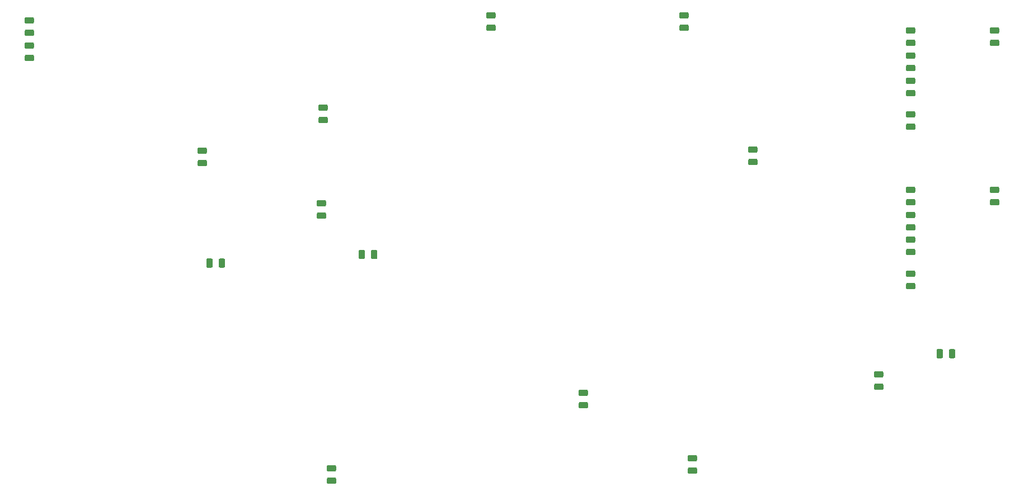
<source format=gbr>
G04 #@! TF.GenerationSoftware,KiCad,Pcbnew,(5.1.5-0)*
G04 #@! TF.CreationDate,2020-04-20T15:28:22+02:00*
G04 #@! TF.ProjectId,sinope,73696e6f-7065-42e6-9b69-6361645f7063,rev?*
G04 #@! TF.SameCoordinates,Original*
G04 #@! TF.FileFunction,Paste,Top*
G04 #@! TF.FilePolarity,Positive*
%FSLAX46Y46*%
G04 Gerber Fmt 4.6, Leading zero omitted, Abs format (unit mm)*
G04 Created by KiCad (PCBNEW (5.1.5-0)) date 2020-04-20 15:28:22*
%MOMM*%
%LPD*%
G04 APERTURE LIST*
%ADD10C,0.100000*%
G04 APERTURE END LIST*
D10*
G36*
X177518142Y-37692174D02*
G01*
X177541803Y-37695684D01*
X177565007Y-37701496D01*
X177587529Y-37709554D01*
X177609153Y-37719782D01*
X177629670Y-37732079D01*
X177648883Y-37746329D01*
X177666607Y-37762393D01*
X177682671Y-37780117D01*
X177696921Y-37799330D01*
X177709218Y-37819847D01*
X177719446Y-37841471D01*
X177727504Y-37863993D01*
X177733316Y-37887197D01*
X177736826Y-37910858D01*
X177738000Y-37934750D01*
X177738000Y-38422250D01*
X177736826Y-38446142D01*
X177733316Y-38469803D01*
X177727504Y-38493007D01*
X177719446Y-38515529D01*
X177709218Y-38537153D01*
X177696921Y-38557670D01*
X177682671Y-38576883D01*
X177666607Y-38594607D01*
X177648883Y-38610671D01*
X177629670Y-38624921D01*
X177609153Y-38637218D01*
X177587529Y-38647446D01*
X177565007Y-38655504D01*
X177541803Y-38661316D01*
X177518142Y-38664826D01*
X177494250Y-38666000D01*
X176581750Y-38666000D01*
X176557858Y-38664826D01*
X176534197Y-38661316D01*
X176510993Y-38655504D01*
X176488471Y-38647446D01*
X176466847Y-38637218D01*
X176446330Y-38624921D01*
X176427117Y-38610671D01*
X176409393Y-38594607D01*
X176393329Y-38576883D01*
X176379079Y-38557670D01*
X176366782Y-38537153D01*
X176356554Y-38515529D01*
X176348496Y-38493007D01*
X176342684Y-38469803D01*
X176339174Y-38446142D01*
X176338000Y-38422250D01*
X176338000Y-37934750D01*
X176339174Y-37910858D01*
X176342684Y-37887197D01*
X176348496Y-37863993D01*
X176356554Y-37841471D01*
X176366782Y-37819847D01*
X176379079Y-37799330D01*
X176393329Y-37780117D01*
X176409393Y-37762393D01*
X176427117Y-37746329D01*
X176446330Y-37732079D01*
X176466847Y-37719782D01*
X176488471Y-37709554D01*
X176510993Y-37701496D01*
X176534197Y-37695684D01*
X176557858Y-37692174D01*
X176581750Y-37691000D01*
X177494250Y-37691000D01*
X177518142Y-37692174D01*
G37*
G36*
X177518142Y-39567174D02*
G01*
X177541803Y-39570684D01*
X177565007Y-39576496D01*
X177587529Y-39584554D01*
X177609153Y-39594782D01*
X177629670Y-39607079D01*
X177648883Y-39621329D01*
X177666607Y-39637393D01*
X177682671Y-39655117D01*
X177696921Y-39674330D01*
X177709218Y-39694847D01*
X177719446Y-39716471D01*
X177727504Y-39738993D01*
X177733316Y-39762197D01*
X177736826Y-39785858D01*
X177738000Y-39809750D01*
X177738000Y-40297250D01*
X177736826Y-40321142D01*
X177733316Y-40344803D01*
X177727504Y-40368007D01*
X177719446Y-40390529D01*
X177709218Y-40412153D01*
X177696921Y-40432670D01*
X177682671Y-40451883D01*
X177666607Y-40469607D01*
X177648883Y-40485671D01*
X177629670Y-40499921D01*
X177609153Y-40512218D01*
X177587529Y-40522446D01*
X177565007Y-40530504D01*
X177541803Y-40536316D01*
X177518142Y-40539826D01*
X177494250Y-40541000D01*
X176581750Y-40541000D01*
X176557858Y-40539826D01*
X176534197Y-40536316D01*
X176510993Y-40530504D01*
X176488471Y-40522446D01*
X176466847Y-40512218D01*
X176446330Y-40499921D01*
X176427117Y-40485671D01*
X176409393Y-40469607D01*
X176393329Y-40451883D01*
X176379079Y-40432670D01*
X176366782Y-40412153D01*
X176356554Y-40390529D01*
X176348496Y-40368007D01*
X176342684Y-40344803D01*
X176339174Y-40321142D01*
X176338000Y-40297250D01*
X176338000Y-39809750D01*
X176339174Y-39785858D01*
X176342684Y-39762197D01*
X176348496Y-39738993D01*
X176356554Y-39716471D01*
X176366782Y-39694847D01*
X176379079Y-39674330D01*
X176393329Y-39655117D01*
X176409393Y-39637393D01*
X176427117Y-39621329D01*
X176446330Y-39607079D01*
X176466847Y-39594782D01*
X176488471Y-39584554D01*
X176510993Y-39576496D01*
X176534197Y-39570684D01*
X176557858Y-39567174D01*
X176581750Y-39566000D01*
X177494250Y-39566000D01*
X177518142Y-39567174D01*
G37*
G36*
X172692142Y-84017174D02*
G01*
X172715803Y-84020684D01*
X172739007Y-84026496D01*
X172761529Y-84034554D01*
X172783153Y-84044782D01*
X172803670Y-84057079D01*
X172822883Y-84071329D01*
X172840607Y-84087393D01*
X172856671Y-84105117D01*
X172870921Y-84124330D01*
X172883218Y-84144847D01*
X172893446Y-84166471D01*
X172901504Y-84188993D01*
X172907316Y-84212197D01*
X172910826Y-84235858D01*
X172912000Y-84259750D01*
X172912000Y-84747250D01*
X172910826Y-84771142D01*
X172907316Y-84794803D01*
X172901504Y-84818007D01*
X172893446Y-84840529D01*
X172883218Y-84862153D01*
X172870921Y-84882670D01*
X172856671Y-84901883D01*
X172840607Y-84919607D01*
X172822883Y-84935671D01*
X172803670Y-84949921D01*
X172783153Y-84962218D01*
X172761529Y-84972446D01*
X172739007Y-84980504D01*
X172715803Y-84986316D01*
X172692142Y-84989826D01*
X172668250Y-84991000D01*
X171755750Y-84991000D01*
X171731858Y-84989826D01*
X171708197Y-84986316D01*
X171684993Y-84980504D01*
X171662471Y-84972446D01*
X171640847Y-84962218D01*
X171620330Y-84949921D01*
X171601117Y-84935671D01*
X171583393Y-84919607D01*
X171567329Y-84901883D01*
X171553079Y-84882670D01*
X171540782Y-84862153D01*
X171530554Y-84840529D01*
X171522496Y-84818007D01*
X171516684Y-84794803D01*
X171513174Y-84771142D01*
X171512000Y-84747250D01*
X171512000Y-84259750D01*
X171513174Y-84235858D01*
X171516684Y-84212197D01*
X171522496Y-84188993D01*
X171530554Y-84166471D01*
X171540782Y-84144847D01*
X171553079Y-84124330D01*
X171567329Y-84105117D01*
X171583393Y-84087393D01*
X171601117Y-84071329D01*
X171620330Y-84057079D01*
X171640847Y-84044782D01*
X171662471Y-84034554D01*
X171684993Y-84026496D01*
X171708197Y-84020684D01*
X171731858Y-84017174D01*
X171755750Y-84016000D01*
X172668250Y-84016000D01*
X172692142Y-84017174D01*
G37*
G36*
X172692142Y-82142174D02*
G01*
X172715803Y-82145684D01*
X172739007Y-82151496D01*
X172761529Y-82159554D01*
X172783153Y-82169782D01*
X172803670Y-82182079D01*
X172822883Y-82196329D01*
X172840607Y-82212393D01*
X172856671Y-82230117D01*
X172870921Y-82249330D01*
X172883218Y-82269847D01*
X172893446Y-82291471D01*
X172901504Y-82313993D01*
X172907316Y-82337197D01*
X172910826Y-82360858D01*
X172912000Y-82384750D01*
X172912000Y-82872250D01*
X172910826Y-82896142D01*
X172907316Y-82919803D01*
X172901504Y-82943007D01*
X172893446Y-82965529D01*
X172883218Y-82987153D01*
X172870921Y-83007670D01*
X172856671Y-83026883D01*
X172840607Y-83044607D01*
X172822883Y-83060671D01*
X172803670Y-83074921D01*
X172783153Y-83087218D01*
X172761529Y-83097446D01*
X172739007Y-83105504D01*
X172715803Y-83111316D01*
X172692142Y-83114826D01*
X172668250Y-83116000D01*
X171755750Y-83116000D01*
X171731858Y-83114826D01*
X171708197Y-83111316D01*
X171684993Y-83105504D01*
X171662471Y-83097446D01*
X171640847Y-83087218D01*
X171620330Y-83074921D01*
X171601117Y-83060671D01*
X171583393Y-83044607D01*
X171567329Y-83026883D01*
X171553079Y-83007670D01*
X171540782Y-82987153D01*
X171530554Y-82965529D01*
X171522496Y-82943007D01*
X171516684Y-82919803D01*
X171513174Y-82896142D01*
X171512000Y-82872250D01*
X171512000Y-82384750D01*
X171513174Y-82360858D01*
X171516684Y-82337197D01*
X171522496Y-82313993D01*
X171530554Y-82291471D01*
X171540782Y-82269847D01*
X171553079Y-82249330D01*
X171567329Y-82230117D01*
X171583393Y-82212393D01*
X171601117Y-82196329D01*
X171620330Y-82182079D01*
X171640847Y-82169782D01*
X171662471Y-82159554D01*
X171684993Y-82151496D01*
X171708197Y-82145684D01*
X171731858Y-82142174D01*
X171755750Y-82141000D01*
X172668250Y-82141000D01*
X172692142Y-82142174D01*
G37*
G36*
X44168142Y-34233174D02*
G01*
X44191803Y-34236684D01*
X44215007Y-34242496D01*
X44237529Y-34250554D01*
X44259153Y-34260782D01*
X44279670Y-34273079D01*
X44298883Y-34287329D01*
X44316607Y-34303393D01*
X44332671Y-34321117D01*
X44346921Y-34340330D01*
X44359218Y-34360847D01*
X44369446Y-34382471D01*
X44377504Y-34404993D01*
X44383316Y-34428197D01*
X44386826Y-34451858D01*
X44388000Y-34475750D01*
X44388000Y-34963250D01*
X44386826Y-34987142D01*
X44383316Y-35010803D01*
X44377504Y-35034007D01*
X44369446Y-35056529D01*
X44359218Y-35078153D01*
X44346921Y-35098670D01*
X44332671Y-35117883D01*
X44316607Y-35135607D01*
X44298883Y-35151671D01*
X44279670Y-35165921D01*
X44259153Y-35178218D01*
X44237529Y-35188446D01*
X44215007Y-35196504D01*
X44191803Y-35202316D01*
X44168142Y-35205826D01*
X44144250Y-35207000D01*
X43231750Y-35207000D01*
X43207858Y-35205826D01*
X43184197Y-35202316D01*
X43160993Y-35196504D01*
X43138471Y-35188446D01*
X43116847Y-35178218D01*
X43096330Y-35165921D01*
X43077117Y-35151671D01*
X43059393Y-35135607D01*
X43043329Y-35117883D01*
X43029079Y-35098670D01*
X43016782Y-35078153D01*
X43006554Y-35056529D01*
X42998496Y-35034007D01*
X42992684Y-35010803D01*
X42989174Y-34987142D01*
X42988000Y-34963250D01*
X42988000Y-34475750D01*
X42989174Y-34451858D01*
X42992684Y-34428197D01*
X42998496Y-34404993D01*
X43006554Y-34382471D01*
X43016782Y-34360847D01*
X43029079Y-34340330D01*
X43043329Y-34321117D01*
X43059393Y-34303393D01*
X43077117Y-34287329D01*
X43096330Y-34273079D01*
X43116847Y-34260782D01*
X43138471Y-34250554D01*
X43160993Y-34242496D01*
X43184197Y-34236684D01*
X43207858Y-34233174D01*
X43231750Y-34232000D01*
X44144250Y-34232000D01*
X44168142Y-34233174D01*
G37*
G36*
X44168142Y-32358174D02*
G01*
X44191803Y-32361684D01*
X44215007Y-32367496D01*
X44237529Y-32375554D01*
X44259153Y-32385782D01*
X44279670Y-32398079D01*
X44298883Y-32412329D01*
X44316607Y-32428393D01*
X44332671Y-32446117D01*
X44346921Y-32465330D01*
X44359218Y-32485847D01*
X44369446Y-32507471D01*
X44377504Y-32529993D01*
X44383316Y-32553197D01*
X44386826Y-32576858D01*
X44388000Y-32600750D01*
X44388000Y-33088250D01*
X44386826Y-33112142D01*
X44383316Y-33135803D01*
X44377504Y-33159007D01*
X44369446Y-33181529D01*
X44359218Y-33203153D01*
X44346921Y-33223670D01*
X44332671Y-33242883D01*
X44316607Y-33260607D01*
X44298883Y-33276671D01*
X44279670Y-33290921D01*
X44259153Y-33303218D01*
X44237529Y-33313446D01*
X44215007Y-33321504D01*
X44191803Y-33327316D01*
X44168142Y-33330826D01*
X44144250Y-33332000D01*
X43231750Y-33332000D01*
X43207858Y-33330826D01*
X43184197Y-33327316D01*
X43160993Y-33321504D01*
X43138471Y-33313446D01*
X43116847Y-33303218D01*
X43096330Y-33290921D01*
X43077117Y-33276671D01*
X43059393Y-33260607D01*
X43043329Y-33242883D01*
X43029079Y-33223670D01*
X43016782Y-33203153D01*
X43006554Y-33181529D01*
X42998496Y-33159007D01*
X42992684Y-33135803D01*
X42989174Y-33112142D01*
X42988000Y-33088250D01*
X42988000Y-32600750D01*
X42989174Y-32576858D01*
X42992684Y-32553197D01*
X42998496Y-32529993D01*
X43006554Y-32507471D01*
X43016782Y-32485847D01*
X43029079Y-32465330D01*
X43043329Y-32446117D01*
X43059393Y-32428393D01*
X43077117Y-32412329D01*
X43096330Y-32398079D01*
X43116847Y-32385782D01*
X43138471Y-32375554D01*
X43160993Y-32367496D01*
X43184197Y-32361684D01*
X43207858Y-32358174D01*
X43231750Y-32357000D01*
X44144250Y-32357000D01*
X44168142Y-32358174D01*
G37*
G36*
X71212142Y-65087174D02*
G01*
X71235803Y-65090684D01*
X71259007Y-65096496D01*
X71281529Y-65104554D01*
X71303153Y-65114782D01*
X71323670Y-65127079D01*
X71342883Y-65141329D01*
X71360607Y-65157393D01*
X71376671Y-65175117D01*
X71390921Y-65194330D01*
X71403218Y-65214847D01*
X71413446Y-65236471D01*
X71421504Y-65258993D01*
X71427316Y-65282197D01*
X71430826Y-65305858D01*
X71432000Y-65329750D01*
X71432000Y-66242250D01*
X71430826Y-66266142D01*
X71427316Y-66289803D01*
X71421504Y-66313007D01*
X71413446Y-66335529D01*
X71403218Y-66357153D01*
X71390921Y-66377670D01*
X71376671Y-66396883D01*
X71360607Y-66414607D01*
X71342883Y-66430671D01*
X71323670Y-66444921D01*
X71303153Y-66457218D01*
X71281529Y-66467446D01*
X71259007Y-66475504D01*
X71235803Y-66481316D01*
X71212142Y-66484826D01*
X71188250Y-66486000D01*
X70700750Y-66486000D01*
X70676858Y-66484826D01*
X70653197Y-66481316D01*
X70629993Y-66475504D01*
X70607471Y-66467446D01*
X70585847Y-66457218D01*
X70565330Y-66444921D01*
X70546117Y-66430671D01*
X70528393Y-66414607D01*
X70512329Y-66396883D01*
X70498079Y-66377670D01*
X70485782Y-66357153D01*
X70475554Y-66335529D01*
X70467496Y-66313007D01*
X70461684Y-66289803D01*
X70458174Y-66266142D01*
X70457000Y-66242250D01*
X70457000Y-65329750D01*
X70458174Y-65305858D01*
X70461684Y-65282197D01*
X70467496Y-65258993D01*
X70475554Y-65236471D01*
X70485782Y-65214847D01*
X70498079Y-65194330D01*
X70512329Y-65175117D01*
X70528393Y-65157393D01*
X70546117Y-65141329D01*
X70565330Y-65127079D01*
X70585847Y-65114782D01*
X70607471Y-65104554D01*
X70629993Y-65096496D01*
X70653197Y-65090684D01*
X70676858Y-65087174D01*
X70700750Y-65086000D01*
X71188250Y-65086000D01*
X71212142Y-65087174D01*
G37*
G36*
X73087142Y-65087174D02*
G01*
X73110803Y-65090684D01*
X73134007Y-65096496D01*
X73156529Y-65104554D01*
X73178153Y-65114782D01*
X73198670Y-65127079D01*
X73217883Y-65141329D01*
X73235607Y-65157393D01*
X73251671Y-65175117D01*
X73265921Y-65194330D01*
X73278218Y-65214847D01*
X73288446Y-65236471D01*
X73296504Y-65258993D01*
X73302316Y-65282197D01*
X73305826Y-65305858D01*
X73307000Y-65329750D01*
X73307000Y-66242250D01*
X73305826Y-66266142D01*
X73302316Y-66289803D01*
X73296504Y-66313007D01*
X73288446Y-66335529D01*
X73278218Y-66357153D01*
X73265921Y-66377670D01*
X73251671Y-66396883D01*
X73235607Y-66414607D01*
X73217883Y-66430671D01*
X73198670Y-66444921D01*
X73178153Y-66457218D01*
X73156529Y-66467446D01*
X73134007Y-66475504D01*
X73110803Y-66481316D01*
X73087142Y-66484826D01*
X73063250Y-66486000D01*
X72575750Y-66486000D01*
X72551858Y-66484826D01*
X72528197Y-66481316D01*
X72504993Y-66475504D01*
X72482471Y-66467446D01*
X72460847Y-66457218D01*
X72440330Y-66444921D01*
X72421117Y-66430671D01*
X72403393Y-66414607D01*
X72387329Y-66396883D01*
X72373079Y-66377670D01*
X72360782Y-66357153D01*
X72350554Y-66335529D01*
X72342496Y-66313007D01*
X72336684Y-66289803D01*
X72333174Y-66266142D01*
X72332000Y-66242250D01*
X72332000Y-65329750D01*
X72333174Y-65305858D01*
X72336684Y-65282197D01*
X72342496Y-65258993D01*
X72350554Y-65236471D01*
X72360782Y-65214847D01*
X72373079Y-65194330D01*
X72387329Y-65175117D01*
X72403393Y-65157393D01*
X72421117Y-65141329D01*
X72440330Y-65127079D01*
X72460847Y-65114782D01*
X72482471Y-65104554D01*
X72504993Y-65096496D01*
X72528197Y-65090684D01*
X72551858Y-65087174D01*
X72575750Y-65086000D01*
X73063250Y-65086000D01*
X73087142Y-65087174D01*
G37*
G36*
X44168142Y-28548174D02*
G01*
X44191803Y-28551684D01*
X44215007Y-28557496D01*
X44237529Y-28565554D01*
X44259153Y-28575782D01*
X44279670Y-28588079D01*
X44298883Y-28602329D01*
X44316607Y-28618393D01*
X44332671Y-28636117D01*
X44346921Y-28655330D01*
X44359218Y-28675847D01*
X44369446Y-28697471D01*
X44377504Y-28719993D01*
X44383316Y-28743197D01*
X44386826Y-28766858D01*
X44388000Y-28790750D01*
X44388000Y-29278250D01*
X44386826Y-29302142D01*
X44383316Y-29325803D01*
X44377504Y-29349007D01*
X44369446Y-29371529D01*
X44359218Y-29393153D01*
X44346921Y-29413670D01*
X44332671Y-29432883D01*
X44316607Y-29450607D01*
X44298883Y-29466671D01*
X44279670Y-29480921D01*
X44259153Y-29493218D01*
X44237529Y-29503446D01*
X44215007Y-29511504D01*
X44191803Y-29517316D01*
X44168142Y-29520826D01*
X44144250Y-29522000D01*
X43231750Y-29522000D01*
X43207858Y-29520826D01*
X43184197Y-29517316D01*
X43160993Y-29511504D01*
X43138471Y-29503446D01*
X43116847Y-29493218D01*
X43096330Y-29480921D01*
X43077117Y-29466671D01*
X43059393Y-29450607D01*
X43043329Y-29432883D01*
X43029079Y-29413670D01*
X43016782Y-29393153D01*
X43006554Y-29371529D01*
X42998496Y-29349007D01*
X42992684Y-29325803D01*
X42989174Y-29302142D01*
X42988000Y-29278250D01*
X42988000Y-28790750D01*
X42989174Y-28766858D01*
X42992684Y-28743197D01*
X42998496Y-28719993D01*
X43006554Y-28697471D01*
X43016782Y-28675847D01*
X43029079Y-28655330D01*
X43043329Y-28636117D01*
X43059393Y-28618393D01*
X43077117Y-28602329D01*
X43096330Y-28588079D01*
X43116847Y-28575782D01*
X43138471Y-28565554D01*
X43160993Y-28557496D01*
X43184197Y-28551684D01*
X43207858Y-28548174D01*
X43231750Y-28547000D01*
X44144250Y-28547000D01*
X44168142Y-28548174D01*
G37*
G36*
X44168142Y-30423174D02*
G01*
X44191803Y-30426684D01*
X44215007Y-30432496D01*
X44237529Y-30440554D01*
X44259153Y-30450782D01*
X44279670Y-30463079D01*
X44298883Y-30477329D01*
X44316607Y-30493393D01*
X44332671Y-30511117D01*
X44346921Y-30530330D01*
X44359218Y-30550847D01*
X44369446Y-30572471D01*
X44377504Y-30594993D01*
X44383316Y-30618197D01*
X44386826Y-30641858D01*
X44388000Y-30665750D01*
X44388000Y-31153250D01*
X44386826Y-31177142D01*
X44383316Y-31200803D01*
X44377504Y-31224007D01*
X44369446Y-31246529D01*
X44359218Y-31268153D01*
X44346921Y-31288670D01*
X44332671Y-31307883D01*
X44316607Y-31325607D01*
X44298883Y-31341671D01*
X44279670Y-31355921D01*
X44259153Y-31368218D01*
X44237529Y-31378446D01*
X44215007Y-31386504D01*
X44191803Y-31392316D01*
X44168142Y-31395826D01*
X44144250Y-31397000D01*
X43231750Y-31397000D01*
X43207858Y-31395826D01*
X43184197Y-31392316D01*
X43160993Y-31386504D01*
X43138471Y-31378446D01*
X43116847Y-31368218D01*
X43096330Y-31355921D01*
X43077117Y-31341671D01*
X43059393Y-31325607D01*
X43043329Y-31307883D01*
X43029079Y-31288670D01*
X43016782Y-31268153D01*
X43006554Y-31246529D01*
X42998496Y-31224007D01*
X42992684Y-31200803D01*
X42989174Y-31177142D01*
X42988000Y-31153250D01*
X42988000Y-30665750D01*
X42989174Y-30641858D01*
X42992684Y-30618197D01*
X42998496Y-30594993D01*
X43006554Y-30572471D01*
X43016782Y-30550847D01*
X43029079Y-30530330D01*
X43043329Y-30511117D01*
X43059393Y-30493393D01*
X43077117Y-30477329D01*
X43096330Y-30463079D01*
X43116847Y-30450782D01*
X43138471Y-30440554D01*
X43160993Y-30432496D01*
X43184197Y-30426684D01*
X43207858Y-30423174D01*
X43231750Y-30422000D01*
X44144250Y-30422000D01*
X44168142Y-30423174D01*
G37*
G36*
X88364142Y-58109174D02*
G01*
X88387803Y-58112684D01*
X88411007Y-58118496D01*
X88433529Y-58126554D01*
X88455153Y-58136782D01*
X88475670Y-58149079D01*
X88494883Y-58163329D01*
X88512607Y-58179393D01*
X88528671Y-58197117D01*
X88542921Y-58216330D01*
X88555218Y-58236847D01*
X88565446Y-58258471D01*
X88573504Y-58280993D01*
X88579316Y-58304197D01*
X88582826Y-58327858D01*
X88584000Y-58351750D01*
X88584000Y-58839250D01*
X88582826Y-58863142D01*
X88579316Y-58886803D01*
X88573504Y-58910007D01*
X88565446Y-58932529D01*
X88555218Y-58954153D01*
X88542921Y-58974670D01*
X88528671Y-58993883D01*
X88512607Y-59011607D01*
X88494883Y-59027671D01*
X88475670Y-59041921D01*
X88455153Y-59054218D01*
X88433529Y-59064446D01*
X88411007Y-59072504D01*
X88387803Y-59078316D01*
X88364142Y-59081826D01*
X88340250Y-59083000D01*
X87427750Y-59083000D01*
X87403858Y-59081826D01*
X87380197Y-59078316D01*
X87356993Y-59072504D01*
X87334471Y-59064446D01*
X87312847Y-59054218D01*
X87292330Y-59041921D01*
X87273117Y-59027671D01*
X87255393Y-59011607D01*
X87239329Y-58993883D01*
X87225079Y-58974670D01*
X87212782Y-58954153D01*
X87202554Y-58932529D01*
X87194496Y-58910007D01*
X87188684Y-58886803D01*
X87185174Y-58863142D01*
X87184000Y-58839250D01*
X87184000Y-58351750D01*
X87185174Y-58327858D01*
X87188684Y-58304197D01*
X87194496Y-58280993D01*
X87202554Y-58258471D01*
X87212782Y-58236847D01*
X87225079Y-58216330D01*
X87239329Y-58197117D01*
X87255393Y-58179393D01*
X87273117Y-58163329D01*
X87292330Y-58149079D01*
X87312847Y-58136782D01*
X87334471Y-58126554D01*
X87356993Y-58118496D01*
X87380197Y-58112684D01*
X87403858Y-58109174D01*
X87427750Y-58108000D01*
X88340250Y-58108000D01*
X88364142Y-58109174D01*
G37*
G36*
X88364142Y-56234174D02*
G01*
X88387803Y-56237684D01*
X88411007Y-56243496D01*
X88433529Y-56251554D01*
X88455153Y-56261782D01*
X88475670Y-56274079D01*
X88494883Y-56288329D01*
X88512607Y-56304393D01*
X88528671Y-56322117D01*
X88542921Y-56341330D01*
X88555218Y-56361847D01*
X88565446Y-56383471D01*
X88573504Y-56405993D01*
X88579316Y-56429197D01*
X88582826Y-56452858D01*
X88584000Y-56476750D01*
X88584000Y-56964250D01*
X88582826Y-56988142D01*
X88579316Y-57011803D01*
X88573504Y-57035007D01*
X88565446Y-57057529D01*
X88555218Y-57079153D01*
X88542921Y-57099670D01*
X88528671Y-57118883D01*
X88512607Y-57136607D01*
X88494883Y-57152671D01*
X88475670Y-57166921D01*
X88455153Y-57179218D01*
X88433529Y-57189446D01*
X88411007Y-57197504D01*
X88387803Y-57203316D01*
X88364142Y-57206826D01*
X88340250Y-57208000D01*
X87427750Y-57208000D01*
X87403858Y-57206826D01*
X87380197Y-57203316D01*
X87356993Y-57197504D01*
X87334471Y-57189446D01*
X87312847Y-57179218D01*
X87292330Y-57166921D01*
X87273117Y-57152671D01*
X87255393Y-57136607D01*
X87239329Y-57118883D01*
X87225079Y-57099670D01*
X87212782Y-57079153D01*
X87202554Y-57057529D01*
X87194496Y-57035007D01*
X87188684Y-57011803D01*
X87185174Y-56988142D01*
X87184000Y-56964250D01*
X87184000Y-56476750D01*
X87185174Y-56452858D01*
X87188684Y-56429197D01*
X87194496Y-56405993D01*
X87202554Y-56383471D01*
X87212782Y-56361847D01*
X87225079Y-56341330D01*
X87239329Y-56322117D01*
X87255393Y-56304393D01*
X87273117Y-56288329D01*
X87292330Y-56274079D01*
X87312847Y-56261782D01*
X87334471Y-56251554D01*
X87356993Y-56243496D01*
X87380197Y-56237684D01*
X87403858Y-56234174D01*
X87427750Y-56233000D01*
X88340250Y-56233000D01*
X88364142Y-56234174D01*
G37*
G36*
X144498142Y-96717174D02*
G01*
X144521803Y-96720684D01*
X144545007Y-96726496D01*
X144567529Y-96734554D01*
X144589153Y-96744782D01*
X144609670Y-96757079D01*
X144628883Y-96771329D01*
X144646607Y-96787393D01*
X144662671Y-96805117D01*
X144676921Y-96824330D01*
X144689218Y-96844847D01*
X144699446Y-96866471D01*
X144707504Y-96888993D01*
X144713316Y-96912197D01*
X144716826Y-96935858D01*
X144718000Y-96959750D01*
X144718000Y-97447250D01*
X144716826Y-97471142D01*
X144713316Y-97494803D01*
X144707504Y-97518007D01*
X144699446Y-97540529D01*
X144689218Y-97562153D01*
X144676921Y-97582670D01*
X144662671Y-97601883D01*
X144646607Y-97619607D01*
X144628883Y-97635671D01*
X144609670Y-97649921D01*
X144589153Y-97662218D01*
X144567529Y-97672446D01*
X144545007Y-97680504D01*
X144521803Y-97686316D01*
X144498142Y-97689826D01*
X144474250Y-97691000D01*
X143561750Y-97691000D01*
X143537858Y-97689826D01*
X143514197Y-97686316D01*
X143490993Y-97680504D01*
X143468471Y-97672446D01*
X143446847Y-97662218D01*
X143426330Y-97649921D01*
X143407117Y-97635671D01*
X143389393Y-97619607D01*
X143373329Y-97601883D01*
X143359079Y-97582670D01*
X143346782Y-97562153D01*
X143336554Y-97540529D01*
X143328496Y-97518007D01*
X143322684Y-97494803D01*
X143319174Y-97471142D01*
X143318000Y-97447250D01*
X143318000Y-96959750D01*
X143319174Y-96935858D01*
X143322684Y-96912197D01*
X143328496Y-96888993D01*
X143336554Y-96866471D01*
X143346782Y-96844847D01*
X143359079Y-96824330D01*
X143373329Y-96805117D01*
X143389393Y-96787393D01*
X143407117Y-96771329D01*
X143426330Y-96757079D01*
X143446847Y-96744782D01*
X143468471Y-96734554D01*
X143490993Y-96726496D01*
X143514197Y-96720684D01*
X143537858Y-96717174D01*
X143561750Y-96716000D01*
X144474250Y-96716000D01*
X144498142Y-96717174D01*
G37*
G36*
X144498142Y-94842174D02*
G01*
X144521803Y-94845684D01*
X144545007Y-94851496D01*
X144567529Y-94859554D01*
X144589153Y-94869782D01*
X144609670Y-94882079D01*
X144628883Y-94896329D01*
X144646607Y-94912393D01*
X144662671Y-94930117D01*
X144676921Y-94949330D01*
X144689218Y-94969847D01*
X144699446Y-94991471D01*
X144707504Y-95013993D01*
X144713316Y-95037197D01*
X144716826Y-95060858D01*
X144718000Y-95084750D01*
X144718000Y-95572250D01*
X144716826Y-95596142D01*
X144713316Y-95619803D01*
X144707504Y-95643007D01*
X144699446Y-95665529D01*
X144689218Y-95687153D01*
X144676921Y-95707670D01*
X144662671Y-95726883D01*
X144646607Y-95744607D01*
X144628883Y-95760671D01*
X144609670Y-95774921D01*
X144589153Y-95787218D01*
X144567529Y-95797446D01*
X144545007Y-95805504D01*
X144521803Y-95811316D01*
X144498142Y-95814826D01*
X144474250Y-95816000D01*
X143561750Y-95816000D01*
X143537858Y-95814826D01*
X143514197Y-95811316D01*
X143490993Y-95805504D01*
X143468471Y-95797446D01*
X143446847Y-95787218D01*
X143426330Y-95774921D01*
X143407117Y-95760671D01*
X143389393Y-95744607D01*
X143373329Y-95726883D01*
X143359079Y-95707670D01*
X143346782Y-95687153D01*
X143336554Y-95665529D01*
X143328496Y-95643007D01*
X143322684Y-95619803D01*
X143319174Y-95596142D01*
X143318000Y-95572250D01*
X143318000Y-95084750D01*
X143319174Y-95060858D01*
X143322684Y-95037197D01*
X143328496Y-95013993D01*
X143336554Y-94991471D01*
X143346782Y-94969847D01*
X143359079Y-94949330D01*
X143373329Y-94930117D01*
X143389393Y-94912393D01*
X143407117Y-94896329D01*
X143426330Y-94882079D01*
X143446847Y-94869782D01*
X143468471Y-94859554D01*
X143490993Y-94851496D01*
X143514197Y-94845684D01*
X143537858Y-94842174D01*
X143561750Y-94841000D01*
X144474250Y-94841000D01*
X144498142Y-94842174D01*
G37*
G36*
X181702142Y-78803174D02*
G01*
X181725803Y-78806684D01*
X181749007Y-78812496D01*
X181771529Y-78820554D01*
X181793153Y-78830782D01*
X181813670Y-78843079D01*
X181832883Y-78857329D01*
X181850607Y-78873393D01*
X181866671Y-78891117D01*
X181880921Y-78910330D01*
X181893218Y-78930847D01*
X181903446Y-78952471D01*
X181911504Y-78974993D01*
X181917316Y-78998197D01*
X181920826Y-79021858D01*
X181922000Y-79045750D01*
X181922000Y-79958250D01*
X181920826Y-79982142D01*
X181917316Y-80005803D01*
X181911504Y-80029007D01*
X181903446Y-80051529D01*
X181893218Y-80073153D01*
X181880921Y-80093670D01*
X181866671Y-80112883D01*
X181850607Y-80130607D01*
X181832883Y-80146671D01*
X181813670Y-80160921D01*
X181793153Y-80173218D01*
X181771529Y-80183446D01*
X181749007Y-80191504D01*
X181725803Y-80197316D01*
X181702142Y-80200826D01*
X181678250Y-80202000D01*
X181190750Y-80202000D01*
X181166858Y-80200826D01*
X181143197Y-80197316D01*
X181119993Y-80191504D01*
X181097471Y-80183446D01*
X181075847Y-80173218D01*
X181055330Y-80160921D01*
X181036117Y-80146671D01*
X181018393Y-80130607D01*
X181002329Y-80112883D01*
X180988079Y-80093670D01*
X180975782Y-80073153D01*
X180965554Y-80051529D01*
X180957496Y-80029007D01*
X180951684Y-80005803D01*
X180948174Y-79982142D01*
X180947000Y-79958250D01*
X180947000Y-79045750D01*
X180948174Y-79021858D01*
X180951684Y-78998197D01*
X180957496Y-78974993D01*
X180965554Y-78952471D01*
X180975782Y-78930847D01*
X180988079Y-78910330D01*
X181002329Y-78891117D01*
X181018393Y-78873393D01*
X181036117Y-78857329D01*
X181055330Y-78843079D01*
X181075847Y-78830782D01*
X181097471Y-78820554D01*
X181119993Y-78812496D01*
X181143197Y-78806684D01*
X181166858Y-78803174D01*
X181190750Y-78802000D01*
X181678250Y-78802000D01*
X181702142Y-78803174D01*
G37*
G36*
X183577142Y-78803174D02*
G01*
X183600803Y-78806684D01*
X183624007Y-78812496D01*
X183646529Y-78820554D01*
X183668153Y-78830782D01*
X183688670Y-78843079D01*
X183707883Y-78857329D01*
X183725607Y-78873393D01*
X183741671Y-78891117D01*
X183755921Y-78910330D01*
X183768218Y-78930847D01*
X183778446Y-78952471D01*
X183786504Y-78974993D01*
X183792316Y-78998197D01*
X183795826Y-79021858D01*
X183797000Y-79045750D01*
X183797000Y-79958250D01*
X183795826Y-79982142D01*
X183792316Y-80005803D01*
X183786504Y-80029007D01*
X183778446Y-80051529D01*
X183768218Y-80073153D01*
X183755921Y-80093670D01*
X183741671Y-80112883D01*
X183725607Y-80130607D01*
X183707883Y-80146671D01*
X183688670Y-80160921D01*
X183668153Y-80173218D01*
X183646529Y-80183446D01*
X183624007Y-80191504D01*
X183600803Y-80197316D01*
X183577142Y-80200826D01*
X183553250Y-80202000D01*
X183065750Y-80202000D01*
X183041858Y-80200826D01*
X183018197Y-80197316D01*
X182994993Y-80191504D01*
X182972471Y-80183446D01*
X182950847Y-80173218D01*
X182930330Y-80160921D01*
X182911117Y-80146671D01*
X182893393Y-80130607D01*
X182877329Y-80112883D01*
X182863079Y-80093670D01*
X182850782Y-80073153D01*
X182840554Y-80051529D01*
X182832496Y-80029007D01*
X182826684Y-80005803D01*
X182823174Y-79982142D01*
X182822000Y-79958250D01*
X182822000Y-79045750D01*
X182823174Y-79021858D01*
X182826684Y-78998197D01*
X182832496Y-78974993D01*
X182840554Y-78952471D01*
X182850782Y-78930847D01*
X182863079Y-78910330D01*
X182877329Y-78891117D01*
X182893393Y-78873393D01*
X182911117Y-78857329D01*
X182930330Y-78843079D01*
X182950847Y-78830782D01*
X182972471Y-78820554D01*
X182994993Y-78812496D01*
X183018197Y-78806684D01*
X183041858Y-78803174D01*
X183065750Y-78802000D01*
X183553250Y-78802000D01*
X183577142Y-78803174D01*
G37*
G36*
X127988142Y-86811174D02*
G01*
X128011803Y-86814684D01*
X128035007Y-86820496D01*
X128057529Y-86828554D01*
X128079153Y-86838782D01*
X128099670Y-86851079D01*
X128118883Y-86865329D01*
X128136607Y-86881393D01*
X128152671Y-86899117D01*
X128166921Y-86918330D01*
X128179218Y-86938847D01*
X128189446Y-86960471D01*
X128197504Y-86982993D01*
X128203316Y-87006197D01*
X128206826Y-87029858D01*
X128208000Y-87053750D01*
X128208000Y-87541250D01*
X128206826Y-87565142D01*
X128203316Y-87588803D01*
X128197504Y-87612007D01*
X128189446Y-87634529D01*
X128179218Y-87656153D01*
X128166921Y-87676670D01*
X128152671Y-87695883D01*
X128136607Y-87713607D01*
X128118883Y-87729671D01*
X128099670Y-87743921D01*
X128079153Y-87756218D01*
X128057529Y-87766446D01*
X128035007Y-87774504D01*
X128011803Y-87780316D01*
X127988142Y-87783826D01*
X127964250Y-87785000D01*
X127051750Y-87785000D01*
X127027858Y-87783826D01*
X127004197Y-87780316D01*
X126980993Y-87774504D01*
X126958471Y-87766446D01*
X126936847Y-87756218D01*
X126916330Y-87743921D01*
X126897117Y-87729671D01*
X126879393Y-87713607D01*
X126863329Y-87695883D01*
X126849079Y-87676670D01*
X126836782Y-87656153D01*
X126826554Y-87634529D01*
X126818496Y-87612007D01*
X126812684Y-87588803D01*
X126809174Y-87565142D01*
X126808000Y-87541250D01*
X126808000Y-87053750D01*
X126809174Y-87029858D01*
X126812684Y-87006197D01*
X126818496Y-86982993D01*
X126826554Y-86960471D01*
X126836782Y-86938847D01*
X126849079Y-86918330D01*
X126863329Y-86899117D01*
X126879393Y-86881393D01*
X126897117Y-86865329D01*
X126916330Y-86851079D01*
X126936847Y-86838782D01*
X126958471Y-86828554D01*
X126980993Y-86820496D01*
X127004197Y-86814684D01*
X127027858Y-86811174D01*
X127051750Y-86810000D01*
X127964250Y-86810000D01*
X127988142Y-86811174D01*
G37*
G36*
X127988142Y-84936174D02*
G01*
X128011803Y-84939684D01*
X128035007Y-84945496D01*
X128057529Y-84953554D01*
X128079153Y-84963782D01*
X128099670Y-84976079D01*
X128118883Y-84990329D01*
X128136607Y-85006393D01*
X128152671Y-85024117D01*
X128166921Y-85043330D01*
X128179218Y-85063847D01*
X128189446Y-85085471D01*
X128197504Y-85107993D01*
X128203316Y-85131197D01*
X128206826Y-85154858D01*
X128208000Y-85178750D01*
X128208000Y-85666250D01*
X128206826Y-85690142D01*
X128203316Y-85713803D01*
X128197504Y-85737007D01*
X128189446Y-85759529D01*
X128179218Y-85781153D01*
X128166921Y-85801670D01*
X128152671Y-85820883D01*
X128136607Y-85838607D01*
X128118883Y-85854671D01*
X128099670Y-85868921D01*
X128079153Y-85881218D01*
X128057529Y-85891446D01*
X128035007Y-85899504D01*
X128011803Y-85905316D01*
X127988142Y-85908826D01*
X127964250Y-85910000D01*
X127051750Y-85910000D01*
X127027858Y-85908826D01*
X127004197Y-85905316D01*
X126980993Y-85899504D01*
X126958471Y-85891446D01*
X126936847Y-85881218D01*
X126916330Y-85868921D01*
X126897117Y-85854671D01*
X126879393Y-85838607D01*
X126863329Y-85820883D01*
X126849079Y-85801670D01*
X126836782Y-85781153D01*
X126826554Y-85759529D01*
X126818496Y-85737007D01*
X126812684Y-85713803D01*
X126809174Y-85690142D01*
X126808000Y-85666250D01*
X126808000Y-85178750D01*
X126809174Y-85154858D01*
X126812684Y-85131197D01*
X126818496Y-85107993D01*
X126826554Y-85085471D01*
X126836782Y-85063847D01*
X126849079Y-85043330D01*
X126863329Y-85024117D01*
X126879393Y-85006393D01*
X126897117Y-84990329D01*
X126916330Y-84976079D01*
X126936847Y-84963782D01*
X126958471Y-84953554D01*
X126980993Y-84945496D01*
X127004197Y-84939684D01*
X127027858Y-84936174D01*
X127051750Y-84935000D01*
X127964250Y-84935000D01*
X127988142Y-84936174D01*
G37*
G36*
X88618142Y-43631174D02*
G01*
X88641803Y-43634684D01*
X88665007Y-43640496D01*
X88687529Y-43648554D01*
X88709153Y-43658782D01*
X88729670Y-43671079D01*
X88748883Y-43685329D01*
X88766607Y-43701393D01*
X88782671Y-43719117D01*
X88796921Y-43738330D01*
X88809218Y-43758847D01*
X88819446Y-43780471D01*
X88827504Y-43802993D01*
X88833316Y-43826197D01*
X88836826Y-43849858D01*
X88838000Y-43873750D01*
X88838000Y-44361250D01*
X88836826Y-44385142D01*
X88833316Y-44408803D01*
X88827504Y-44432007D01*
X88819446Y-44454529D01*
X88809218Y-44476153D01*
X88796921Y-44496670D01*
X88782671Y-44515883D01*
X88766607Y-44533607D01*
X88748883Y-44549671D01*
X88729670Y-44563921D01*
X88709153Y-44576218D01*
X88687529Y-44586446D01*
X88665007Y-44594504D01*
X88641803Y-44600316D01*
X88618142Y-44603826D01*
X88594250Y-44605000D01*
X87681750Y-44605000D01*
X87657858Y-44603826D01*
X87634197Y-44600316D01*
X87610993Y-44594504D01*
X87588471Y-44586446D01*
X87566847Y-44576218D01*
X87546330Y-44563921D01*
X87527117Y-44549671D01*
X87509393Y-44533607D01*
X87493329Y-44515883D01*
X87479079Y-44496670D01*
X87466782Y-44476153D01*
X87456554Y-44454529D01*
X87448496Y-44432007D01*
X87442684Y-44408803D01*
X87439174Y-44385142D01*
X87438000Y-44361250D01*
X87438000Y-43873750D01*
X87439174Y-43849858D01*
X87442684Y-43826197D01*
X87448496Y-43802993D01*
X87456554Y-43780471D01*
X87466782Y-43758847D01*
X87479079Y-43738330D01*
X87493329Y-43719117D01*
X87509393Y-43701393D01*
X87527117Y-43685329D01*
X87546330Y-43671079D01*
X87566847Y-43658782D01*
X87588471Y-43648554D01*
X87610993Y-43640496D01*
X87634197Y-43634684D01*
X87657858Y-43631174D01*
X87681750Y-43630000D01*
X88594250Y-43630000D01*
X88618142Y-43631174D01*
G37*
G36*
X88618142Y-41756174D02*
G01*
X88641803Y-41759684D01*
X88665007Y-41765496D01*
X88687529Y-41773554D01*
X88709153Y-41783782D01*
X88729670Y-41796079D01*
X88748883Y-41810329D01*
X88766607Y-41826393D01*
X88782671Y-41844117D01*
X88796921Y-41863330D01*
X88809218Y-41883847D01*
X88819446Y-41905471D01*
X88827504Y-41927993D01*
X88833316Y-41951197D01*
X88836826Y-41974858D01*
X88838000Y-41998750D01*
X88838000Y-42486250D01*
X88836826Y-42510142D01*
X88833316Y-42533803D01*
X88827504Y-42557007D01*
X88819446Y-42579529D01*
X88809218Y-42601153D01*
X88796921Y-42621670D01*
X88782671Y-42640883D01*
X88766607Y-42658607D01*
X88748883Y-42674671D01*
X88729670Y-42688921D01*
X88709153Y-42701218D01*
X88687529Y-42711446D01*
X88665007Y-42719504D01*
X88641803Y-42725316D01*
X88618142Y-42728826D01*
X88594250Y-42730000D01*
X87681750Y-42730000D01*
X87657858Y-42728826D01*
X87634197Y-42725316D01*
X87610993Y-42719504D01*
X87588471Y-42711446D01*
X87566847Y-42701218D01*
X87546330Y-42688921D01*
X87527117Y-42674671D01*
X87509393Y-42658607D01*
X87493329Y-42640883D01*
X87479079Y-42621670D01*
X87466782Y-42601153D01*
X87456554Y-42579529D01*
X87448496Y-42557007D01*
X87442684Y-42533803D01*
X87439174Y-42510142D01*
X87438000Y-42486250D01*
X87438000Y-41998750D01*
X87439174Y-41974858D01*
X87442684Y-41951197D01*
X87448496Y-41927993D01*
X87456554Y-41905471D01*
X87466782Y-41883847D01*
X87479079Y-41863330D01*
X87493329Y-41844117D01*
X87509393Y-41826393D01*
X87527117Y-41810329D01*
X87546330Y-41796079D01*
X87566847Y-41783782D01*
X87588471Y-41773554D01*
X87610993Y-41765496D01*
X87634197Y-41759684D01*
X87657858Y-41756174D01*
X87681750Y-41755000D01*
X88594250Y-41755000D01*
X88618142Y-41756174D01*
G37*
G36*
X70330142Y-50156674D02*
G01*
X70353803Y-50160184D01*
X70377007Y-50165996D01*
X70399529Y-50174054D01*
X70421153Y-50184282D01*
X70441670Y-50196579D01*
X70460883Y-50210829D01*
X70478607Y-50226893D01*
X70494671Y-50244617D01*
X70508921Y-50263830D01*
X70521218Y-50284347D01*
X70531446Y-50305971D01*
X70539504Y-50328493D01*
X70545316Y-50351697D01*
X70548826Y-50375358D01*
X70550000Y-50399250D01*
X70550000Y-50886750D01*
X70548826Y-50910642D01*
X70545316Y-50934303D01*
X70539504Y-50957507D01*
X70531446Y-50980029D01*
X70521218Y-51001653D01*
X70508921Y-51022170D01*
X70494671Y-51041383D01*
X70478607Y-51059107D01*
X70460883Y-51075171D01*
X70441670Y-51089421D01*
X70421153Y-51101718D01*
X70399529Y-51111946D01*
X70377007Y-51120004D01*
X70353803Y-51125816D01*
X70330142Y-51129326D01*
X70306250Y-51130500D01*
X69393750Y-51130500D01*
X69369858Y-51129326D01*
X69346197Y-51125816D01*
X69322993Y-51120004D01*
X69300471Y-51111946D01*
X69278847Y-51101718D01*
X69258330Y-51089421D01*
X69239117Y-51075171D01*
X69221393Y-51059107D01*
X69205329Y-51041383D01*
X69191079Y-51022170D01*
X69178782Y-51001653D01*
X69168554Y-50980029D01*
X69160496Y-50957507D01*
X69154684Y-50934303D01*
X69151174Y-50910642D01*
X69150000Y-50886750D01*
X69150000Y-50399250D01*
X69151174Y-50375358D01*
X69154684Y-50351697D01*
X69160496Y-50328493D01*
X69168554Y-50305971D01*
X69178782Y-50284347D01*
X69191079Y-50263830D01*
X69205329Y-50244617D01*
X69221393Y-50226893D01*
X69239117Y-50210829D01*
X69258330Y-50196579D01*
X69278847Y-50184282D01*
X69300471Y-50174054D01*
X69322993Y-50165996D01*
X69346197Y-50160184D01*
X69369858Y-50156674D01*
X69393750Y-50155500D01*
X70306250Y-50155500D01*
X70330142Y-50156674D01*
G37*
G36*
X70330142Y-48281674D02*
G01*
X70353803Y-48285184D01*
X70377007Y-48290996D01*
X70399529Y-48299054D01*
X70421153Y-48309282D01*
X70441670Y-48321579D01*
X70460883Y-48335829D01*
X70478607Y-48351893D01*
X70494671Y-48369617D01*
X70508921Y-48388830D01*
X70521218Y-48409347D01*
X70531446Y-48430971D01*
X70539504Y-48453493D01*
X70545316Y-48476697D01*
X70548826Y-48500358D01*
X70550000Y-48524250D01*
X70550000Y-49011750D01*
X70548826Y-49035642D01*
X70545316Y-49059303D01*
X70539504Y-49082507D01*
X70531446Y-49105029D01*
X70521218Y-49126653D01*
X70508921Y-49147170D01*
X70494671Y-49166383D01*
X70478607Y-49184107D01*
X70460883Y-49200171D01*
X70441670Y-49214421D01*
X70421153Y-49226718D01*
X70399529Y-49236946D01*
X70377007Y-49245004D01*
X70353803Y-49250816D01*
X70330142Y-49254326D01*
X70306250Y-49255500D01*
X69393750Y-49255500D01*
X69369858Y-49254326D01*
X69346197Y-49250816D01*
X69322993Y-49245004D01*
X69300471Y-49236946D01*
X69278847Y-49226718D01*
X69258330Y-49214421D01*
X69239117Y-49200171D01*
X69221393Y-49184107D01*
X69205329Y-49166383D01*
X69191079Y-49147170D01*
X69178782Y-49126653D01*
X69168554Y-49105029D01*
X69160496Y-49082507D01*
X69154684Y-49059303D01*
X69151174Y-49035642D01*
X69150000Y-49011750D01*
X69150000Y-48524250D01*
X69151174Y-48500358D01*
X69154684Y-48476697D01*
X69160496Y-48453493D01*
X69168554Y-48430971D01*
X69178782Y-48409347D01*
X69191079Y-48388830D01*
X69205329Y-48369617D01*
X69221393Y-48351893D01*
X69239117Y-48335829D01*
X69258330Y-48321579D01*
X69278847Y-48309282D01*
X69300471Y-48299054D01*
X69322993Y-48290996D01*
X69346197Y-48285184D01*
X69369858Y-48281674D01*
X69393750Y-48280500D01*
X70306250Y-48280500D01*
X70330142Y-48281674D01*
G37*
G36*
X89888142Y-98241174D02*
G01*
X89911803Y-98244684D01*
X89935007Y-98250496D01*
X89957529Y-98258554D01*
X89979153Y-98268782D01*
X89999670Y-98281079D01*
X90018883Y-98295329D01*
X90036607Y-98311393D01*
X90052671Y-98329117D01*
X90066921Y-98348330D01*
X90079218Y-98368847D01*
X90089446Y-98390471D01*
X90097504Y-98412993D01*
X90103316Y-98436197D01*
X90106826Y-98459858D01*
X90108000Y-98483750D01*
X90108000Y-98971250D01*
X90106826Y-98995142D01*
X90103316Y-99018803D01*
X90097504Y-99042007D01*
X90089446Y-99064529D01*
X90079218Y-99086153D01*
X90066921Y-99106670D01*
X90052671Y-99125883D01*
X90036607Y-99143607D01*
X90018883Y-99159671D01*
X89999670Y-99173921D01*
X89979153Y-99186218D01*
X89957529Y-99196446D01*
X89935007Y-99204504D01*
X89911803Y-99210316D01*
X89888142Y-99213826D01*
X89864250Y-99215000D01*
X88951750Y-99215000D01*
X88927858Y-99213826D01*
X88904197Y-99210316D01*
X88880993Y-99204504D01*
X88858471Y-99196446D01*
X88836847Y-99186218D01*
X88816330Y-99173921D01*
X88797117Y-99159671D01*
X88779393Y-99143607D01*
X88763329Y-99125883D01*
X88749079Y-99106670D01*
X88736782Y-99086153D01*
X88726554Y-99064529D01*
X88718496Y-99042007D01*
X88712684Y-99018803D01*
X88709174Y-98995142D01*
X88708000Y-98971250D01*
X88708000Y-98483750D01*
X88709174Y-98459858D01*
X88712684Y-98436197D01*
X88718496Y-98412993D01*
X88726554Y-98390471D01*
X88736782Y-98368847D01*
X88749079Y-98348330D01*
X88763329Y-98329117D01*
X88779393Y-98311393D01*
X88797117Y-98295329D01*
X88816330Y-98281079D01*
X88836847Y-98268782D01*
X88858471Y-98258554D01*
X88880993Y-98250496D01*
X88904197Y-98244684D01*
X88927858Y-98241174D01*
X88951750Y-98240000D01*
X89864250Y-98240000D01*
X89888142Y-98241174D01*
G37*
G36*
X89888142Y-96366174D02*
G01*
X89911803Y-96369684D01*
X89935007Y-96375496D01*
X89957529Y-96383554D01*
X89979153Y-96393782D01*
X89999670Y-96406079D01*
X90018883Y-96420329D01*
X90036607Y-96436393D01*
X90052671Y-96454117D01*
X90066921Y-96473330D01*
X90079218Y-96493847D01*
X90089446Y-96515471D01*
X90097504Y-96537993D01*
X90103316Y-96561197D01*
X90106826Y-96584858D01*
X90108000Y-96608750D01*
X90108000Y-97096250D01*
X90106826Y-97120142D01*
X90103316Y-97143803D01*
X90097504Y-97167007D01*
X90089446Y-97189529D01*
X90079218Y-97211153D01*
X90066921Y-97231670D01*
X90052671Y-97250883D01*
X90036607Y-97268607D01*
X90018883Y-97284671D01*
X89999670Y-97298921D01*
X89979153Y-97311218D01*
X89957529Y-97321446D01*
X89935007Y-97329504D01*
X89911803Y-97335316D01*
X89888142Y-97338826D01*
X89864250Y-97340000D01*
X88951750Y-97340000D01*
X88927858Y-97338826D01*
X88904197Y-97335316D01*
X88880993Y-97329504D01*
X88858471Y-97321446D01*
X88836847Y-97311218D01*
X88816330Y-97298921D01*
X88797117Y-97284671D01*
X88779393Y-97268607D01*
X88763329Y-97250883D01*
X88749079Y-97231670D01*
X88736782Y-97211153D01*
X88726554Y-97189529D01*
X88718496Y-97167007D01*
X88712684Y-97143803D01*
X88709174Y-97120142D01*
X88708000Y-97096250D01*
X88708000Y-96608750D01*
X88709174Y-96584858D01*
X88712684Y-96561197D01*
X88718496Y-96537993D01*
X88726554Y-96515471D01*
X88736782Y-96493847D01*
X88749079Y-96473330D01*
X88763329Y-96454117D01*
X88779393Y-96436393D01*
X88797117Y-96420329D01*
X88816330Y-96406079D01*
X88836847Y-96393782D01*
X88858471Y-96383554D01*
X88880993Y-96375496D01*
X88904197Y-96369684D01*
X88927858Y-96366174D01*
X88951750Y-96365000D01*
X89864250Y-96365000D01*
X89888142Y-96366174D01*
G37*
G36*
X190218142Y-56077174D02*
G01*
X190241803Y-56080684D01*
X190265007Y-56086496D01*
X190287529Y-56094554D01*
X190309153Y-56104782D01*
X190329670Y-56117079D01*
X190348883Y-56131329D01*
X190366607Y-56147393D01*
X190382671Y-56165117D01*
X190396921Y-56184330D01*
X190409218Y-56204847D01*
X190419446Y-56226471D01*
X190427504Y-56248993D01*
X190433316Y-56272197D01*
X190436826Y-56295858D01*
X190438000Y-56319750D01*
X190438000Y-56807250D01*
X190436826Y-56831142D01*
X190433316Y-56854803D01*
X190427504Y-56878007D01*
X190419446Y-56900529D01*
X190409218Y-56922153D01*
X190396921Y-56942670D01*
X190382671Y-56961883D01*
X190366607Y-56979607D01*
X190348883Y-56995671D01*
X190329670Y-57009921D01*
X190309153Y-57022218D01*
X190287529Y-57032446D01*
X190265007Y-57040504D01*
X190241803Y-57046316D01*
X190218142Y-57049826D01*
X190194250Y-57051000D01*
X189281750Y-57051000D01*
X189257858Y-57049826D01*
X189234197Y-57046316D01*
X189210993Y-57040504D01*
X189188471Y-57032446D01*
X189166847Y-57022218D01*
X189146330Y-57009921D01*
X189127117Y-56995671D01*
X189109393Y-56979607D01*
X189093329Y-56961883D01*
X189079079Y-56942670D01*
X189066782Y-56922153D01*
X189056554Y-56900529D01*
X189048496Y-56878007D01*
X189042684Y-56854803D01*
X189039174Y-56831142D01*
X189038000Y-56807250D01*
X189038000Y-56319750D01*
X189039174Y-56295858D01*
X189042684Y-56272197D01*
X189048496Y-56248993D01*
X189056554Y-56226471D01*
X189066782Y-56204847D01*
X189079079Y-56184330D01*
X189093329Y-56165117D01*
X189109393Y-56147393D01*
X189127117Y-56131329D01*
X189146330Y-56117079D01*
X189166847Y-56104782D01*
X189188471Y-56094554D01*
X189210993Y-56086496D01*
X189234197Y-56080684D01*
X189257858Y-56077174D01*
X189281750Y-56076000D01*
X190194250Y-56076000D01*
X190218142Y-56077174D01*
G37*
G36*
X190218142Y-54202174D02*
G01*
X190241803Y-54205684D01*
X190265007Y-54211496D01*
X190287529Y-54219554D01*
X190309153Y-54229782D01*
X190329670Y-54242079D01*
X190348883Y-54256329D01*
X190366607Y-54272393D01*
X190382671Y-54290117D01*
X190396921Y-54309330D01*
X190409218Y-54329847D01*
X190419446Y-54351471D01*
X190427504Y-54373993D01*
X190433316Y-54397197D01*
X190436826Y-54420858D01*
X190438000Y-54444750D01*
X190438000Y-54932250D01*
X190436826Y-54956142D01*
X190433316Y-54979803D01*
X190427504Y-55003007D01*
X190419446Y-55025529D01*
X190409218Y-55047153D01*
X190396921Y-55067670D01*
X190382671Y-55086883D01*
X190366607Y-55104607D01*
X190348883Y-55120671D01*
X190329670Y-55134921D01*
X190309153Y-55147218D01*
X190287529Y-55157446D01*
X190265007Y-55165504D01*
X190241803Y-55171316D01*
X190218142Y-55174826D01*
X190194250Y-55176000D01*
X189281750Y-55176000D01*
X189257858Y-55174826D01*
X189234197Y-55171316D01*
X189210993Y-55165504D01*
X189188471Y-55157446D01*
X189166847Y-55147218D01*
X189146330Y-55134921D01*
X189127117Y-55120671D01*
X189109393Y-55104607D01*
X189093329Y-55086883D01*
X189079079Y-55067670D01*
X189066782Y-55047153D01*
X189056554Y-55025529D01*
X189048496Y-55003007D01*
X189042684Y-54979803D01*
X189039174Y-54956142D01*
X189038000Y-54932250D01*
X189038000Y-54444750D01*
X189039174Y-54420858D01*
X189042684Y-54397197D01*
X189048496Y-54373993D01*
X189056554Y-54351471D01*
X189066782Y-54329847D01*
X189079079Y-54309330D01*
X189093329Y-54290117D01*
X189109393Y-54272393D01*
X189127117Y-54256329D01*
X189146330Y-54242079D01*
X189166847Y-54229782D01*
X189188471Y-54219554D01*
X189210993Y-54211496D01*
X189234197Y-54205684D01*
X189257858Y-54202174D01*
X189281750Y-54201000D01*
X190194250Y-54201000D01*
X190218142Y-54202174D01*
G37*
G36*
X177518142Y-61743674D02*
G01*
X177541803Y-61747184D01*
X177565007Y-61752996D01*
X177587529Y-61761054D01*
X177609153Y-61771282D01*
X177629670Y-61783579D01*
X177648883Y-61797829D01*
X177666607Y-61813893D01*
X177682671Y-61831617D01*
X177696921Y-61850830D01*
X177709218Y-61871347D01*
X177719446Y-61892971D01*
X177727504Y-61915493D01*
X177733316Y-61938697D01*
X177736826Y-61962358D01*
X177738000Y-61986250D01*
X177738000Y-62473750D01*
X177736826Y-62497642D01*
X177733316Y-62521303D01*
X177727504Y-62544507D01*
X177719446Y-62567029D01*
X177709218Y-62588653D01*
X177696921Y-62609170D01*
X177682671Y-62628383D01*
X177666607Y-62646107D01*
X177648883Y-62662171D01*
X177629670Y-62676421D01*
X177609153Y-62688718D01*
X177587529Y-62698946D01*
X177565007Y-62707004D01*
X177541803Y-62712816D01*
X177518142Y-62716326D01*
X177494250Y-62717500D01*
X176581750Y-62717500D01*
X176557858Y-62716326D01*
X176534197Y-62712816D01*
X176510993Y-62707004D01*
X176488471Y-62698946D01*
X176466847Y-62688718D01*
X176446330Y-62676421D01*
X176427117Y-62662171D01*
X176409393Y-62646107D01*
X176393329Y-62628383D01*
X176379079Y-62609170D01*
X176366782Y-62588653D01*
X176356554Y-62567029D01*
X176348496Y-62544507D01*
X176342684Y-62521303D01*
X176339174Y-62497642D01*
X176338000Y-62473750D01*
X176338000Y-61986250D01*
X176339174Y-61962358D01*
X176342684Y-61938697D01*
X176348496Y-61915493D01*
X176356554Y-61892971D01*
X176366782Y-61871347D01*
X176379079Y-61850830D01*
X176393329Y-61831617D01*
X176409393Y-61813893D01*
X176427117Y-61797829D01*
X176446330Y-61783579D01*
X176466847Y-61771282D01*
X176488471Y-61761054D01*
X176510993Y-61752996D01*
X176534197Y-61747184D01*
X176557858Y-61743674D01*
X176581750Y-61742500D01*
X177494250Y-61742500D01*
X177518142Y-61743674D01*
G37*
G36*
X177518142Y-63618674D02*
G01*
X177541803Y-63622184D01*
X177565007Y-63627996D01*
X177587529Y-63636054D01*
X177609153Y-63646282D01*
X177629670Y-63658579D01*
X177648883Y-63672829D01*
X177666607Y-63688893D01*
X177682671Y-63706617D01*
X177696921Y-63725830D01*
X177709218Y-63746347D01*
X177719446Y-63767971D01*
X177727504Y-63790493D01*
X177733316Y-63813697D01*
X177736826Y-63837358D01*
X177738000Y-63861250D01*
X177738000Y-64348750D01*
X177736826Y-64372642D01*
X177733316Y-64396303D01*
X177727504Y-64419507D01*
X177719446Y-64442029D01*
X177709218Y-64463653D01*
X177696921Y-64484170D01*
X177682671Y-64503383D01*
X177666607Y-64521107D01*
X177648883Y-64537171D01*
X177629670Y-64551421D01*
X177609153Y-64563718D01*
X177587529Y-64573946D01*
X177565007Y-64582004D01*
X177541803Y-64587816D01*
X177518142Y-64591326D01*
X177494250Y-64592500D01*
X176581750Y-64592500D01*
X176557858Y-64591326D01*
X176534197Y-64587816D01*
X176510993Y-64582004D01*
X176488471Y-64573946D01*
X176466847Y-64563718D01*
X176446330Y-64551421D01*
X176427117Y-64537171D01*
X176409393Y-64521107D01*
X176393329Y-64503383D01*
X176379079Y-64484170D01*
X176366782Y-64463653D01*
X176356554Y-64442029D01*
X176348496Y-64419507D01*
X176342684Y-64396303D01*
X176339174Y-64372642D01*
X176338000Y-64348750D01*
X176338000Y-63861250D01*
X176339174Y-63837358D01*
X176342684Y-63813697D01*
X176348496Y-63790493D01*
X176356554Y-63767971D01*
X176366782Y-63746347D01*
X176379079Y-63725830D01*
X176393329Y-63706617D01*
X176409393Y-63688893D01*
X176427117Y-63672829D01*
X176446330Y-63658579D01*
X176466847Y-63646282D01*
X176488471Y-63636054D01*
X176510993Y-63627996D01*
X176534197Y-63622184D01*
X176557858Y-63618674D01*
X176581750Y-63617500D01*
X177494250Y-63617500D01*
X177518142Y-63618674D01*
G37*
G36*
X143228142Y-29661174D02*
G01*
X143251803Y-29664684D01*
X143275007Y-29670496D01*
X143297529Y-29678554D01*
X143319153Y-29688782D01*
X143339670Y-29701079D01*
X143358883Y-29715329D01*
X143376607Y-29731393D01*
X143392671Y-29749117D01*
X143406921Y-29768330D01*
X143419218Y-29788847D01*
X143429446Y-29810471D01*
X143437504Y-29832993D01*
X143443316Y-29856197D01*
X143446826Y-29879858D01*
X143448000Y-29903750D01*
X143448000Y-30391250D01*
X143446826Y-30415142D01*
X143443316Y-30438803D01*
X143437504Y-30462007D01*
X143429446Y-30484529D01*
X143419218Y-30506153D01*
X143406921Y-30526670D01*
X143392671Y-30545883D01*
X143376607Y-30563607D01*
X143358883Y-30579671D01*
X143339670Y-30593921D01*
X143319153Y-30606218D01*
X143297529Y-30616446D01*
X143275007Y-30624504D01*
X143251803Y-30630316D01*
X143228142Y-30633826D01*
X143204250Y-30635000D01*
X142291750Y-30635000D01*
X142267858Y-30633826D01*
X142244197Y-30630316D01*
X142220993Y-30624504D01*
X142198471Y-30616446D01*
X142176847Y-30606218D01*
X142156330Y-30593921D01*
X142137117Y-30579671D01*
X142119393Y-30563607D01*
X142103329Y-30545883D01*
X142089079Y-30526670D01*
X142076782Y-30506153D01*
X142066554Y-30484529D01*
X142058496Y-30462007D01*
X142052684Y-30438803D01*
X142049174Y-30415142D01*
X142048000Y-30391250D01*
X142048000Y-29903750D01*
X142049174Y-29879858D01*
X142052684Y-29856197D01*
X142058496Y-29832993D01*
X142066554Y-29810471D01*
X142076782Y-29788847D01*
X142089079Y-29768330D01*
X142103329Y-29749117D01*
X142119393Y-29731393D01*
X142137117Y-29715329D01*
X142156330Y-29701079D01*
X142176847Y-29688782D01*
X142198471Y-29678554D01*
X142220993Y-29670496D01*
X142244197Y-29664684D01*
X142267858Y-29661174D01*
X142291750Y-29660000D01*
X143204250Y-29660000D01*
X143228142Y-29661174D01*
G37*
G36*
X143228142Y-27786174D02*
G01*
X143251803Y-27789684D01*
X143275007Y-27795496D01*
X143297529Y-27803554D01*
X143319153Y-27813782D01*
X143339670Y-27826079D01*
X143358883Y-27840329D01*
X143376607Y-27856393D01*
X143392671Y-27874117D01*
X143406921Y-27893330D01*
X143419218Y-27913847D01*
X143429446Y-27935471D01*
X143437504Y-27957993D01*
X143443316Y-27981197D01*
X143446826Y-28004858D01*
X143448000Y-28028750D01*
X143448000Y-28516250D01*
X143446826Y-28540142D01*
X143443316Y-28563803D01*
X143437504Y-28587007D01*
X143429446Y-28609529D01*
X143419218Y-28631153D01*
X143406921Y-28651670D01*
X143392671Y-28670883D01*
X143376607Y-28688607D01*
X143358883Y-28704671D01*
X143339670Y-28718921D01*
X143319153Y-28731218D01*
X143297529Y-28741446D01*
X143275007Y-28749504D01*
X143251803Y-28755316D01*
X143228142Y-28758826D01*
X143204250Y-28760000D01*
X142291750Y-28760000D01*
X142267858Y-28758826D01*
X142244197Y-28755316D01*
X142220993Y-28749504D01*
X142198471Y-28741446D01*
X142176847Y-28731218D01*
X142156330Y-28718921D01*
X142137117Y-28704671D01*
X142119393Y-28688607D01*
X142103329Y-28670883D01*
X142089079Y-28651670D01*
X142076782Y-28631153D01*
X142066554Y-28609529D01*
X142058496Y-28587007D01*
X142052684Y-28563803D01*
X142049174Y-28540142D01*
X142048000Y-28516250D01*
X142048000Y-28028750D01*
X142049174Y-28004858D01*
X142052684Y-27981197D01*
X142058496Y-27957993D01*
X142066554Y-27935471D01*
X142076782Y-27913847D01*
X142089079Y-27893330D01*
X142103329Y-27874117D01*
X142119393Y-27856393D01*
X142137117Y-27840329D01*
X142156330Y-27826079D01*
X142176847Y-27813782D01*
X142198471Y-27803554D01*
X142220993Y-27795496D01*
X142244197Y-27789684D01*
X142267858Y-27786174D01*
X142291750Y-27785000D01*
X143204250Y-27785000D01*
X143228142Y-27786174D01*
G37*
G36*
X153642142Y-49981174D02*
G01*
X153665803Y-49984684D01*
X153689007Y-49990496D01*
X153711529Y-49998554D01*
X153733153Y-50008782D01*
X153753670Y-50021079D01*
X153772883Y-50035329D01*
X153790607Y-50051393D01*
X153806671Y-50069117D01*
X153820921Y-50088330D01*
X153833218Y-50108847D01*
X153843446Y-50130471D01*
X153851504Y-50152993D01*
X153857316Y-50176197D01*
X153860826Y-50199858D01*
X153862000Y-50223750D01*
X153862000Y-50711250D01*
X153860826Y-50735142D01*
X153857316Y-50758803D01*
X153851504Y-50782007D01*
X153843446Y-50804529D01*
X153833218Y-50826153D01*
X153820921Y-50846670D01*
X153806671Y-50865883D01*
X153790607Y-50883607D01*
X153772883Y-50899671D01*
X153753670Y-50913921D01*
X153733153Y-50926218D01*
X153711529Y-50936446D01*
X153689007Y-50944504D01*
X153665803Y-50950316D01*
X153642142Y-50953826D01*
X153618250Y-50955000D01*
X152705750Y-50955000D01*
X152681858Y-50953826D01*
X152658197Y-50950316D01*
X152634993Y-50944504D01*
X152612471Y-50936446D01*
X152590847Y-50926218D01*
X152570330Y-50913921D01*
X152551117Y-50899671D01*
X152533393Y-50883607D01*
X152517329Y-50865883D01*
X152503079Y-50846670D01*
X152490782Y-50826153D01*
X152480554Y-50804529D01*
X152472496Y-50782007D01*
X152466684Y-50758803D01*
X152463174Y-50735142D01*
X152462000Y-50711250D01*
X152462000Y-50223750D01*
X152463174Y-50199858D01*
X152466684Y-50176197D01*
X152472496Y-50152993D01*
X152480554Y-50130471D01*
X152490782Y-50108847D01*
X152503079Y-50088330D01*
X152517329Y-50069117D01*
X152533393Y-50051393D01*
X152551117Y-50035329D01*
X152570330Y-50021079D01*
X152590847Y-50008782D01*
X152612471Y-49998554D01*
X152634993Y-49990496D01*
X152658197Y-49984684D01*
X152681858Y-49981174D01*
X152705750Y-49980000D01*
X153618250Y-49980000D01*
X153642142Y-49981174D01*
G37*
G36*
X153642142Y-48106174D02*
G01*
X153665803Y-48109684D01*
X153689007Y-48115496D01*
X153711529Y-48123554D01*
X153733153Y-48133782D01*
X153753670Y-48146079D01*
X153772883Y-48160329D01*
X153790607Y-48176393D01*
X153806671Y-48194117D01*
X153820921Y-48213330D01*
X153833218Y-48233847D01*
X153843446Y-48255471D01*
X153851504Y-48277993D01*
X153857316Y-48301197D01*
X153860826Y-48324858D01*
X153862000Y-48348750D01*
X153862000Y-48836250D01*
X153860826Y-48860142D01*
X153857316Y-48883803D01*
X153851504Y-48907007D01*
X153843446Y-48929529D01*
X153833218Y-48951153D01*
X153820921Y-48971670D01*
X153806671Y-48990883D01*
X153790607Y-49008607D01*
X153772883Y-49024671D01*
X153753670Y-49038921D01*
X153733153Y-49051218D01*
X153711529Y-49061446D01*
X153689007Y-49069504D01*
X153665803Y-49075316D01*
X153642142Y-49078826D01*
X153618250Y-49080000D01*
X152705750Y-49080000D01*
X152681858Y-49078826D01*
X152658197Y-49075316D01*
X152634993Y-49069504D01*
X152612471Y-49061446D01*
X152590847Y-49051218D01*
X152570330Y-49038921D01*
X152551117Y-49024671D01*
X152533393Y-49008607D01*
X152517329Y-48990883D01*
X152503079Y-48971670D01*
X152490782Y-48951153D01*
X152480554Y-48929529D01*
X152472496Y-48907007D01*
X152466684Y-48883803D01*
X152463174Y-48860142D01*
X152462000Y-48836250D01*
X152462000Y-48348750D01*
X152463174Y-48324858D01*
X152466684Y-48301197D01*
X152472496Y-48277993D01*
X152480554Y-48255471D01*
X152490782Y-48233847D01*
X152503079Y-48213330D01*
X152517329Y-48194117D01*
X152533393Y-48176393D01*
X152551117Y-48160329D01*
X152570330Y-48146079D01*
X152590847Y-48133782D01*
X152612471Y-48123554D01*
X152634993Y-48115496D01*
X152658197Y-48109684D01*
X152681858Y-48106174D01*
X152705750Y-48105000D01*
X153618250Y-48105000D01*
X153642142Y-48106174D01*
G37*
G36*
X114018142Y-29661174D02*
G01*
X114041803Y-29664684D01*
X114065007Y-29670496D01*
X114087529Y-29678554D01*
X114109153Y-29688782D01*
X114129670Y-29701079D01*
X114148883Y-29715329D01*
X114166607Y-29731393D01*
X114182671Y-29749117D01*
X114196921Y-29768330D01*
X114209218Y-29788847D01*
X114219446Y-29810471D01*
X114227504Y-29832993D01*
X114233316Y-29856197D01*
X114236826Y-29879858D01*
X114238000Y-29903750D01*
X114238000Y-30391250D01*
X114236826Y-30415142D01*
X114233316Y-30438803D01*
X114227504Y-30462007D01*
X114219446Y-30484529D01*
X114209218Y-30506153D01*
X114196921Y-30526670D01*
X114182671Y-30545883D01*
X114166607Y-30563607D01*
X114148883Y-30579671D01*
X114129670Y-30593921D01*
X114109153Y-30606218D01*
X114087529Y-30616446D01*
X114065007Y-30624504D01*
X114041803Y-30630316D01*
X114018142Y-30633826D01*
X113994250Y-30635000D01*
X113081750Y-30635000D01*
X113057858Y-30633826D01*
X113034197Y-30630316D01*
X113010993Y-30624504D01*
X112988471Y-30616446D01*
X112966847Y-30606218D01*
X112946330Y-30593921D01*
X112927117Y-30579671D01*
X112909393Y-30563607D01*
X112893329Y-30545883D01*
X112879079Y-30526670D01*
X112866782Y-30506153D01*
X112856554Y-30484529D01*
X112848496Y-30462007D01*
X112842684Y-30438803D01*
X112839174Y-30415142D01*
X112838000Y-30391250D01*
X112838000Y-29903750D01*
X112839174Y-29879858D01*
X112842684Y-29856197D01*
X112848496Y-29832993D01*
X112856554Y-29810471D01*
X112866782Y-29788847D01*
X112879079Y-29768330D01*
X112893329Y-29749117D01*
X112909393Y-29731393D01*
X112927117Y-29715329D01*
X112946330Y-29701079D01*
X112966847Y-29688782D01*
X112988471Y-29678554D01*
X113010993Y-29670496D01*
X113034197Y-29664684D01*
X113057858Y-29661174D01*
X113081750Y-29660000D01*
X113994250Y-29660000D01*
X114018142Y-29661174D01*
G37*
G36*
X114018142Y-27786174D02*
G01*
X114041803Y-27789684D01*
X114065007Y-27795496D01*
X114087529Y-27803554D01*
X114109153Y-27813782D01*
X114129670Y-27826079D01*
X114148883Y-27840329D01*
X114166607Y-27856393D01*
X114182671Y-27874117D01*
X114196921Y-27893330D01*
X114209218Y-27913847D01*
X114219446Y-27935471D01*
X114227504Y-27957993D01*
X114233316Y-27981197D01*
X114236826Y-28004858D01*
X114238000Y-28028750D01*
X114238000Y-28516250D01*
X114236826Y-28540142D01*
X114233316Y-28563803D01*
X114227504Y-28587007D01*
X114219446Y-28609529D01*
X114209218Y-28631153D01*
X114196921Y-28651670D01*
X114182671Y-28670883D01*
X114166607Y-28688607D01*
X114148883Y-28704671D01*
X114129670Y-28718921D01*
X114109153Y-28731218D01*
X114087529Y-28741446D01*
X114065007Y-28749504D01*
X114041803Y-28755316D01*
X114018142Y-28758826D01*
X113994250Y-28760000D01*
X113081750Y-28760000D01*
X113057858Y-28758826D01*
X113034197Y-28755316D01*
X113010993Y-28749504D01*
X112988471Y-28741446D01*
X112966847Y-28731218D01*
X112946330Y-28718921D01*
X112927117Y-28704671D01*
X112909393Y-28688607D01*
X112893329Y-28670883D01*
X112879079Y-28651670D01*
X112866782Y-28631153D01*
X112856554Y-28609529D01*
X112848496Y-28587007D01*
X112842684Y-28563803D01*
X112839174Y-28540142D01*
X112838000Y-28516250D01*
X112838000Y-28028750D01*
X112839174Y-28004858D01*
X112842684Y-27981197D01*
X112848496Y-27957993D01*
X112856554Y-27935471D01*
X112866782Y-27913847D01*
X112879079Y-27893330D01*
X112893329Y-27874117D01*
X112909393Y-27856393D01*
X112927117Y-27840329D01*
X112946330Y-27826079D01*
X112966847Y-27813782D01*
X112988471Y-27803554D01*
X113010993Y-27795496D01*
X113034197Y-27789684D01*
X113057858Y-27786174D01*
X113081750Y-27785000D01*
X113994250Y-27785000D01*
X114018142Y-27786174D01*
G37*
G36*
X177518142Y-66902174D02*
G01*
X177541803Y-66905684D01*
X177565007Y-66911496D01*
X177587529Y-66919554D01*
X177609153Y-66929782D01*
X177629670Y-66942079D01*
X177648883Y-66956329D01*
X177666607Y-66972393D01*
X177682671Y-66990117D01*
X177696921Y-67009330D01*
X177709218Y-67029847D01*
X177719446Y-67051471D01*
X177727504Y-67073993D01*
X177733316Y-67097197D01*
X177736826Y-67120858D01*
X177738000Y-67144750D01*
X177738000Y-67632250D01*
X177736826Y-67656142D01*
X177733316Y-67679803D01*
X177727504Y-67703007D01*
X177719446Y-67725529D01*
X177709218Y-67747153D01*
X177696921Y-67767670D01*
X177682671Y-67786883D01*
X177666607Y-67804607D01*
X177648883Y-67820671D01*
X177629670Y-67834921D01*
X177609153Y-67847218D01*
X177587529Y-67857446D01*
X177565007Y-67865504D01*
X177541803Y-67871316D01*
X177518142Y-67874826D01*
X177494250Y-67876000D01*
X176581750Y-67876000D01*
X176557858Y-67874826D01*
X176534197Y-67871316D01*
X176510993Y-67865504D01*
X176488471Y-67857446D01*
X176466847Y-67847218D01*
X176446330Y-67834921D01*
X176427117Y-67820671D01*
X176409393Y-67804607D01*
X176393329Y-67786883D01*
X176379079Y-67767670D01*
X176366782Y-67747153D01*
X176356554Y-67725529D01*
X176348496Y-67703007D01*
X176342684Y-67679803D01*
X176339174Y-67656142D01*
X176338000Y-67632250D01*
X176338000Y-67144750D01*
X176339174Y-67120858D01*
X176342684Y-67097197D01*
X176348496Y-67073993D01*
X176356554Y-67051471D01*
X176366782Y-67029847D01*
X176379079Y-67009330D01*
X176393329Y-66990117D01*
X176409393Y-66972393D01*
X176427117Y-66956329D01*
X176446330Y-66942079D01*
X176466847Y-66929782D01*
X176488471Y-66919554D01*
X176510993Y-66911496D01*
X176534197Y-66905684D01*
X176557858Y-66902174D01*
X176581750Y-66901000D01*
X177494250Y-66901000D01*
X177518142Y-66902174D01*
G37*
G36*
X177518142Y-68777174D02*
G01*
X177541803Y-68780684D01*
X177565007Y-68786496D01*
X177587529Y-68794554D01*
X177609153Y-68804782D01*
X177629670Y-68817079D01*
X177648883Y-68831329D01*
X177666607Y-68847393D01*
X177682671Y-68865117D01*
X177696921Y-68884330D01*
X177709218Y-68904847D01*
X177719446Y-68926471D01*
X177727504Y-68948993D01*
X177733316Y-68972197D01*
X177736826Y-68995858D01*
X177738000Y-69019750D01*
X177738000Y-69507250D01*
X177736826Y-69531142D01*
X177733316Y-69554803D01*
X177727504Y-69578007D01*
X177719446Y-69600529D01*
X177709218Y-69622153D01*
X177696921Y-69642670D01*
X177682671Y-69661883D01*
X177666607Y-69679607D01*
X177648883Y-69695671D01*
X177629670Y-69709921D01*
X177609153Y-69722218D01*
X177587529Y-69732446D01*
X177565007Y-69740504D01*
X177541803Y-69746316D01*
X177518142Y-69749826D01*
X177494250Y-69751000D01*
X176581750Y-69751000D01*
X176557858Y-69749826D01*
X176534197Y-69746316D01*
X176510993Y-69740504D01*
X176488471Y-69732446D01*
X176466847Y-69722218D01*
X176446330Y-69709921D01*
X176427117Y-69695671D01*
X176409393Y-69679607D01*
X176393329Y-69661883D01*
X176379079Y-69642670D01*
X176366782Y-69622153D01*
X176356554Y-69600529D01*
X176348496Y-69578007D01*
X176342684Y-69554803D01*
X176339174Y-69531142D01*
X176338000Y-69507250D01*
X176338000Y-69019750D01*
X176339174Y-68995858D01*
X176342684Y-68972197D01*
X176348496Y-68948993D01*
X176356554Y-68926471D01*
X176366782Y-68904847D01*
X176379079Y-68884330D01*
X176393329Y-68865117D01*
X176409393Y-68847393D01*
X176427117Y-68831329D01*
X176446330Y-68817079D01*
X176466847Y-68804782D01*
X176488471Y-68794554D01*
X176510993Y-68786496D01*
X176534197Y-68780684D01*
X176557858Y-68777174D01*
X176581750Y-68776000D01*
X177494250Y-68776000D01*
X177518142Y-68777174D01*
G37*
G36*
X177518142Y-56077174D02*
G01*
X177541803Y-56080684D01*
X177565007Y-56086496D01*
X177587529Y-56094554D01*
X177609153Y-56104782D01*
X177629670Y-56117079D01*
X177648883Y-56131329D01*
X177666607Y-56147393D01*
X177682671Y-56165117D01*
X177696921Y-56184330D01*
X177709218Y-56204847D01*
X177719446Y-56226471D01*
X177727504Y-56248993D01*
X177733316Y-56272197D01*
X177736826Y-56295858D01*
X177738000Y-56319750D01*
X177738000Y-56807250D01*
X177736826Y-56831142D01*
X177733316Y-56854803D01*
X177727504Y-56878007D01*
X177719446Y-56900529D01*
X177709218Y-56922153D01*
X177696921Y-56942670D01*
X177682671Y-56961883D01*
X177666607Y-56979607D01*
X177648883Y-56995671D01*
X177629670Y-57009921D01*
X177609153Y-57022218D01*
X177587529Y-57032446D01*
X177565007Y-57040504D01*
X177541803Y-57046316D01*
X177518142Y-57049826D01*
X177494250Y-57051000D01*
X176581750Y-57051000D01*
X176557858Y-57049826D01*
X176534197Y-57046316D01*
X176510993Y-57040504D01*
X176488471Y-57032446D01*
X176466847Y-57022218D01*
X176446330Y-57009921D01*
X176427117Y-56995671D01*
X176409393Y-56979607D01*
X176393329Y-56961883D01*
X176379079Y-56942670D01*
X176366782Y-56922153D01*
X176356554Y-56900529D01*
X176348496Y-56878007D01*
X176342684Y-56854803D01*
X176339174Y-56831142D01*
X176338000Y-56807250D01*
X176338000Y-56319750D01*
X176339174Y-56295858D01*
X176342684Y-56272197D01*
X176348496Y-56248993D01*
X176356554Y-56226471D01*
X176366782Y-56204847D01*
X176379079Y-56184330D01*
X176393329Y-56165117D01*
X176409393Y-56147393D01*
X176427117Y-56131329D01*
X176446330Y-56117079D01*
X176466847Y-56104782D01*
X176488471Y-56094554D01*
X176510993Y-56086496D01*
X176534197Y-56080684D01*
X176557858Y-56077174D01*
X176581750Y-56076000D01*
X177494250Y-56076000D01*
X177518142Y-56077174D01*
G37*
G36*
X177518142Y-54202174D02*
G01*
X177541803Y-54205684D01*
X177565007Y-54211496D01*
X177587529Y-54219554D01*
X177609153Y-54229782D01*
X177629670Y-54242079D01*
X177648883Y-54256329D01*
X177666607Y-54272393D01*
X177682671Y-54290117D01*
X177696921Y-54309330D01*
X177709218Y-54329847D01*
X177719446Y-54351471D01*
X177727504Y-54373993D01*
X177733316Y-54397197D01*
X177736826Y-54420858D01*
X177738000Y-54444750D01*
X177738000Y-54932250D01*
X177736826Y-54956142D01*
X177733316Y-54979803D01*
X177727504Y-55003007D01*
X177719446Y-55025529D01*
X177709218Y-55047153D01*
X177696921Y-55067670D01*
X177682671Y-55086883D01*
X177666607Y-55104607D01*
X177648883Y-55120671D01*
X177629670Y-55134921D01*
X177609153Y-55147218D01*
X177587529Y-55157446D01*
X177565007Y-55165504D01*
X177541803Y-55171316D01*
X177518142Y-55174826D01*
X177494250Y-55176000D01*
X176581750Y-55176000D01*
X176557858Y-55174826D01*
X176534197Y-55171316D01*
X176510993Y-55165504D01*
X176488471Y-55157446D01*
X176466847Y-55147218D01*
X176446330Y-55134921D01*
X176427117Y-55120671D01*
X176409393Y-55104607D01*
X176393329Y-55086883D01*
X176379079Y-55067670D01*
X176366782Y-55047153D01*
X176356554Y-55025529D01*
X176348496Y-55003007D01*
X176342684Y-54979803D01*
X176339174Y-54956142D01*
X176338000Y-54932250D01*
X176338000Y-54444750D01*
X176339174Y-54420858D01*
X176342684Y-54397197D01*
X176348496Y-54373993D01*
X176356554Y-54351471D01*
X176366782Y-54329847D01*
X176379079Y-54309330D01*
X176393329Y-54290117D01*
X176409393Y-54272393D01*
X176427117Y-54256329D01*
X176446330Y-54242079D01*
X176466847Y-54229782D01*
X176488471Y-54219554D01*
X176510993Y-54211496D01*
X176534197Y-54205684D01*
X176557858Y-54202174D01*
X176581750Y-54201000D01*
X177494250Y-54201000D01*
X177518142Y-54202174D01*
G37*
G36*
X177518142Y-59887174D02*
G01*
X177541803Y-59890684D01*
X177565007Y-59896496D01*
X177587529Y-59904554D01*
X177609153Y-59914782D01*
X177629670Y-59927079D01*
X177648883Y-59941329D01*
X177666607Y-59957393D01*
X177682671Y-59975117D01*
X177696921Y-59994330D01*
X177709218Y-60014847D01*
X177719446Y-60036471D01*
X177727504Y-60058993D01*
X177733316Y-60082197D01*
X177736826Y-60105858D01*
X177738000Y-60129750D01*
X177738000Y-60617250D01*
X177736826Y-60641142D01*
X177733316Y-60664803D01*
X177727504Y-60688007D01*
X177719446Y-60710529D01*
X177709218Y-60732153D01*
X177696921Y-60752670D01*
X177682671Y-60771883D01*
X177666607Y-60789607D01*
X177648883Y-60805671D01*
X177629670Y-60819921D01*
X177609153Y-60832218D01*
X177587529Y-60842446D01*
X177565007Y-60850504D01*
X177541803Y-60856316D01*
X177518142Y-60859826D01*
X177494250Y-60861000D01*
X176581750Y-60861000D01*
X176557858Y-60859826D01*
X176534197Y-60856316D01*
X176510993Y-60850504D01*
X176488471Y-60842446D01*
X176466847Y-60832218D01*
X176446330Y-60819921D01*
X176427117Y-60805671D01*
X176409393Y-60789607D01*
X176393329Y-60771883D01*
X176379079Y-60752670D01*
X176366782Y-60732153D01*
X176356554Y-60710529D01*
X176348496Y-60688007D01*
X176342684Y-60664803D01*
X176339174Y-60641142D01*
X176338000Y-60617250D01*
X176338000Y-60129750D01*
X176339174Y-60105858D01*
X176342684Y-60082197D01*
X176348496Y-60058993D01*
X176356554Y-60036471D01*
X176366782Y-60014847D01*
X176379079Y-59994330D01*
X176393329Y-59975117D01*
X176409393Y-59957393D01*
X176427117Y-59941329D01*
X176446330Y-59927079D01*
X176466847Y-59914782D01*
X176488471Y-59904554D01*
X176510993Y-59896496D01*
X176534197Y-59890684D01*
X176557858Y-59887174D01*
X176581750Y-59886000D01*
X177494250Y-59886000D01*
X177518142Y-59887174D01*
G37*
G36*
X177518142Y-58012174D02*
G01*
X177541803Y-58015684D01*
X177565007Y-58021496D01*
X177587529Y-58029554D01*
X177609153Y-58039782D01*
X177629670Y-58052079D01*
X177648883Y-58066329D01*
X177666607Y-58082393D01*
X177682671Y-58100117D01*
X177696921Y-58119330D01*
X177709218Y-58139847D01*
X177719446Y-58161471D01*
X177727504Y-58183993D01*
X177733316Y-58207197D01*
X177736826Y-58230858D01*
X177738000Y-58254750D01*
X177738000Y-58742250D01*
X177736826Y-58766142D01*
X177733316Y-58789803D01*
X177727504Y-58813007D01*
X177719446Y-58835529D01*
X177709218Y-58857153D01*
X177696921Y-58877670D01*
X177682671Y-58896883D01*
X177666607Y-58914607D01*
X177648883Y-58930671D01*
X177629670Y-58944921D01*
X177609153Y-58957218D01*
X177587529Y-58967446D01*
X177565007Y-58975504D01*
X177541803Y-58981316D01*
X177518142Y-58984826D01*
X177494250Y-58986000D01*
X176581750Y-58986000D01*
X176557858Y-58984826D01*
X176534197Y-58981316D01*
X176510993Y-58975504D01*
X176488471Y-58967446D01*
X176466847Y-58957218D01*
X176446330Y-58944921D01*
X176427117Y-58930671D01*
X176409393Y-58914607D01*
X176393329Y-58896883D01*
X176379079Y-58877670D01*
X176366782Y-58857153D01*
X176356554Y-58835529D01*
X176348496Y-58813007D01*
X176342684Y-58789803D01*
X176339174Y-58766142D01*
X176338000Y-58742250D01*
X176338000Y-58254750D01*
X176339174Y-58230858D01*
X176342684Y-58207197D01*
X176348496Y-58183993D01*
X176356554Y-58161471D01*
X176366782Y-58139847D01*
X176379079Y-58119330D01*
X176393329Y-58100117D01*
X176409393Y-58082393D01*
X176427117Y-58066329D01*
X176446330Y-58052079D01*
X176466847Y-58039782D01*
X176488471Y-58029554D01*
X176510993Y-58021496D01*
X176534197Y-58015684D01*
X176557858Y-58012174D01*
X176581750Y-58011000D01*
X177494250Y-58011000D01*
X177518142Y-58012174D01*
G37*
G36*
X190218142Y-31947174D02*
G01*
X190241803Y-31950684D01*
X190265007Y-31956496D01*
X190287529Y-31964554D01*
X190309153Y-31974782D01*
X190329670Y-31987079D01*
X190348883Y-32001329D01*
X190366607Y-32017393D01*
X190382671Y-32035117D01*
X190396921Y-32054330D01*
X190409218Y-32074847D01*
X190419446Y-32096471D01*
X190427504Y-32118993D01*
X190433316Y-32142197D01*
X190436826Y-32165858D01*
X190438000Y-32189750D01*
X190438000Y-32677250D01*
X190436826Y-32701142D01*
X190433316Y-32724803D01*
X190427504Y-32748007D01*
X190419446Y-32770529D01*
X190409218Y-32792153D01*
X190396921Y-32812670D01*
X190382671Y-32831883D01*
X190366607Y-32849607D01*
X190348883Y-32865671D01*
X190329670Y-32879921D01*
X190309153Y-32892218D01*
X190287529Y-32902446D01*
X190265007Y-32910504D01*
X190241803Y-32916316D01*
X190218142Y-32919826D01*
X190194250Y-32921000D01*
X189281750Y-32921000D01*
X189257858Y-32919826D01*
X189234197Y-32916316D01*
X189210993Y-32910504D01*
X189188471Y-32902446D01*
X189166847Y-32892218D01*
X189146330Y-32879921D01*
X189127117Y-32865671D01*
X189109393Y-32849607D01*
X189093329Y-32831883D01*
X189079079Y-32812670D01*
X189066782Y-32792153D01*
X189056554Y-32770529D01*
X189048496Y-32748007D01*
X189042684Y-32724803D01*
X189039174Y-32701142D01*
X189038000Y-32677250D01*
X189038000Y-32189750D01*
X189039174Y-32165858D01*
X189042684Y-32142197D01*
X189048496Y-32118993D01*
X189056554Y-32096471D01*
X189066782Y-32074847D01*
X189079079Y-32054330D01*
X189093329Y-32035117D01*
X189109393Y-32017393D01*
X189127117Y-32001329D01*
X189146330Y-31987079D01*
X189166847Y-31974782D01*
X189188471Y-31964554D01*
X189210993Y-31956496D01*
X189234197Y-31950684D01*
X189257858Y-31947174D01*
X189281750Y-31946000D01*
X190194250Y-31946000D01*
X190218142Y-31947174D01*
G37*
G36*
X190218142Y-30072174D02*
G01*
X190241803Y-30075684D01*
X190265007Y-30081496D01*
X190287529Y-30089554D01*
X190309153Y-30099782D01*
X190329670Y-30112079D01*
X190348883Y-30126329D01*
X190366607Y-30142393D01*
X190382671Y-30160117D01*
X190396921Y-30179330D01*
X190409218Y-30199847D01*
X190419446Y-30221471D01*
X190427504Y-30243993D01*
X190433316Y-30267197D01*
X190436826Y-30290858D01*
X190438000Y-30314750D01*
X190438000Y-30802250D01*
X190436826Y-30826142D01*
X190433316Y-30849803D01*
X190427504Y-30873007D01*
X190419446Y-30895529D01*
X190409218Y-30917153D01*
X190396921Y-30937670D01*
X190382671Y-30956883D01*
X190366607Y-30974607D01*
X190348883Y-30990671D01*
X190329670Y-31004921D01*
X190309153Y-31017218D01*
X190287529Y-31027446D01*
X190265007Y-31035504D01*
X190241803Y-31041316D01*
X190218142Y-31044826D01*
X190194250Y-31046000D01*
X189281750Y-31046000D01*
X189257858Y-31044826D01*
X189234197Y-31041316D01*
X189210993Y-31035504D01*
X189188471Y-31027446D01*
X189166847Y-31017218D01*
X189146330Y-31004921D01*
X189127117Y-30990671D01*
X189109393Y-30974607D01*
X189093329Y-30956883D01*
X189079079Y-30937670D01*
X189066782Y-30917153D01*
X189056554Y-30895529D01*
X189048496Y-30873007D01*
X189042684Y-30849803D01*
X189039174Y-30826142D01*
X189038000Y-30802250D01*
X189038000Y-30314750D01*
X189039174Y-30290858D01*
X189042684Y-30267197D01*
X189048496Y-30243993D01*
X189056554Y-30221471D01*
X189066782Y-30199847D01*
X189079079Y-30179330D01*
X189093329Y-30160117D01*
X189109393Y-30142393D01*
X189127117Y-30126329D01*
X189146330Y-30112079D01*
X189166847Y-30099782D01*
X189188471Y-30089554D01*
X189210993Y-30081496D01*
X189234197Y-30075684D01*
X189257858Y-30072174D01*
X189281750Y-30071000D01*
X190194250Y-30071000D01*
X190218142Y-30072174D01*
G37*
G36*
X177518142Y-42772174D02*
G01*
X177541803Y-42775684D01*
X177565007Y-42781496D01*
X177587529Y-42789554D01*
X177609153Y-42799782D01*
X177629670Y-42812079D01*
X177648883Y-42826329D01*
X177666607Y-42842393D01*
X177682671Y-42860117D01*
X177696921Y-42879330D01*
X177709218Y-42899847D01*
X177719446Y-42921471D01*
X177727504Y-42943993D01*
X177733316Y-42967197D01*
X177736826Y-42990858D01*
X177738000Y-43014750D01*
X177738000Y-43502250D01*
X177736826Y-43526142D01*
X177733316Y-43549803D01*
X177727504Y-43573007D01*
X177719446Y-43595529D01*
X177709218Y-43617153D01*
X177696921Y-43637670D01*
X177682671Y-43656883D01*
X177666607Y-43674607D01*
X177648883Y-43690671D01*
X177629670Y-43704921D01*
X177609153Y-43717218D01*
X177587529Y-43727446D01*
X177565007Y-43735504D01*
X177541803Y-43741316D01*
X177518142Y-43744826D01*
X177494250Y-43746000D01*
X176581750Y-43746000D01*
X176557858Y-43744826D01*
X176534197Y-43741316D01*
X176510993Y-43735504D01*
X176488471Y-43727446D01*
X176466847Y-43717218D01*
X176446330Y-43704921D01*
X176427117Y-43690671D01*
X176409393Y-43674607D01*
X176393329Y-43656883D01*
X176379079Y-43637670D01*
X176366782Y-43617153D01*
X176356554Y-43595529D01*
X176348496Y-43573007D01*
X176342684Y-43549803D01*
X176339174Y-43526142D01*
X176338000Y-43502250D01*
X176338000Y-43014750D01*
X176339174Y-42990858D01*
X176342684Y-42967197D01*
X176348496Y-42943993D01*
X176356554Y-42921471D01*
X176366782Y-42899847D01*
X176379079Y-42879330D01*
X176393329Y-42860117D01*
X176409393Y-42842393D01*
X176427117Y-42826329D01*
X176446330Y-42812079D01*
X176466847Y-42799782D01*
X176488471Y-42789554D01*
X176510993Y-42781496D01*
X176534197Y-42775684D01*
X176557858Y-42772174D01*
X176581750Y-42771000D01*
X177494250Y-42771000D01*
X177518142Y-42772174D01*
G37*
G36*
X177518142Y-44647174D02*
G01*
X177541803Y-44650684D01*
X177565007Y-44656496D01*
X177587529Y-44664554D01*
X177609153Y-44674782D01*
X177629670Y-44687079D01*
X177648883Y-44701329D01*
X177666607Y-44717393D01*
X177682671Y-44735117D01*
X177696921Y-44754330D01*
X177709218Y-44774847D01*
X177719446Y-44796471D01*
X177727504Y-44818993D01*
X177733316Y-44842197D01*
X177736826Y-44865858D01*
X177738000Y-44889750D01*
X177738000Y-45377250D01*
X177736826Y-45401142D01*
X177733316Y-45424803D01*
X177727504Y-45448007D01*
X177719446Y-45470529D01*
X177709218Y-45492153D01*
X177696921Y-45512670D01*
X177682671Y-45531883D01*
X177666607Y-45549607D01*
X177648883Y-45565671D01*
X177629670Y-45579921D01*
X177609153Y-45592218D01*
X177587529Y-45602446D01*
X177565007Y-45610504D01*
X177541803Y-45616316D01*
X177518142Y-45619826D01*
X177494250Y-45621000D01*
X176581750Y-45621000D01*
X176557858Y-45619826D01*
X176534197Y-45616316D01*
X176510993Y-45610504D01*
X176488471Y-45602446D01*
X176466847Y-45592218D01*
X176446330Y-45579921D01*
X176427117Y-45565671D01*
X176409393Y-45549607D01*
X176393329Y-45531883D01*
X176379079Y-45512670D01*
X176366782Y-45492153D01*
X176356554Y-45470529D01*
X176348496Y-45448007D01*
X176342684Y-45424803D01*
X176339174Y-45401142D01*
X176338000Y-45377250D01*
X176338000Y-44889750D01*
X176339174Y-44865858D01*
X176342684Y-44842197D01*
X176348496Y-44818993D01*
X176356554Y-44796471D01*
X176366782Y-44774847D01*
X176379079Y-44754330D01*
X176393329Y-44735117D01*
X176409393Y-44717393D01*
X176427117Y-44701329D01*
X176446330Y-44687079D01*
X176466847Y-44674782D01*
X176488471Y-44664554D01*
X176510993Y-44656496D01*
X176534197Y-44650684D01*
X176557858Y-44647174D01*
X176581750Y-44646000D01*
X177494250Y-44646000D01*
X177518142Y-44647174D01*
G37*
G36*
X177518142Y-31947174D02*
G01*
X177541803Y-31950684D01*
X177565007Y-31956496D01*
X177587529Y-31964554D01*
X177609153Y-31974782D01*
X177629670Y-31987079D01*
X177648883Y-32001329D01*
X177666607Y-32017393D01*
X177682671Y-32035117D01*
X177696921Y-32054330D01*
X177709218Y-32074847D01*
X177719446Y-32096471D01*
X177727504Y-32118993D01*
X177733316Y-32142197D01*
X177736826Y-32165858D01*
X177738000Y-32189750D01*
X177738000Y-32677250D01*
X177736826Y-32701142D01*
X177733316Y-32724803D01*
X177727504Y-32748007D01*
X177719446Y-32770529D01*
X177709218Y-32792153D01*
X177696921Y-32812670D01*
X177682671Y-32831883D01*
X177666607Y-32849607D01*
X177648883Y-32865671D01*
X177629670Y-32879921D01*
X177609153Y-32892218D01*
X177587529Y-32902446D01*
X177565007Y-32910504D01*
X177541803Y-32916316D01*
X177518142Y-32919826D01*
X177494250Y-32921000D01*
X176581750Y-32921000D01*
X176557858Y-32919826D01*
X176534197Y-32916316D01*
X176510993Y-32910504D01*
X176488471Y-32902446D01*
X176466847Y-32892218D01*
X176446330Y-32879921D01*
X176427117Y-32865671D01*
X176409393Y-32849607D01*
X176393329Y-32831883D01*
X176379079Y-32812670D01*
X176366782Y-32792153D01*
X176356554Y-32770529D01*
X176348496Y-32748007D01*
X176342684Y-32724803D01*
X176339174Y-32701142D01*
X176338000Y-32677250D01*
X176338000Y-32189750D01*
X176339174Y-32165858D01*
X176342684Y-32142197D01*
X176348496Y-32118993D01*
X176356554Y-32096471D01*
X176366782Y-32074847D01*
X176379079Y-32054330D01*
X176393329Y-32035117D01*
X176409393Y-32017393D01*
X176427117Y-32001329D01*
X176446330Y-31987079D01*
X176466847Y-31974782D01*
X176488471Y-31964554D01*
X176510993Y-31956496D01*
X176534197Y-31950684D01*
X176557858Y-31947174D01*
X176581750Y-31946000D01*
X177494250Y-31946000D01*
X177518142Y-31947174D01*
G37*
G36*
X177518142Y-30072174D02*
G01*
X177541803Y-30075684D01*
X177565007Y-30081496D01*
X177587529Y-30089554D01*
X177609153Y-30099782D01*
X177629670Y-30112079D01*
X177648883Y-30126329D01*
X177666607Y-30142393D01*
X177682671Y-30160117D01*
X177696921Y-30179330D01*
X177709218Y-30199847D01*
X177719446Y-30221471D01*
X177727504Y-30243993D01*
X177733316Y-30267197D01*
X177736826Y-30290858D01*
X177738000Y-30314750D01*
X177738000Y-30802250D01*
X177736826Y-30826142D01*
X177733316Y-30849803D01*
X177727504Y-30873007D01*
X177719446Y-30895529D01*
X177709218Y-30917153D01*
X177696921Y-30937670D01*
X177682671Y-30956883D01*
X177666607Y-30974607D01*
X177648883Y-30990671D01*
X177629670Y-31004921D01*
X177609153Y-31017218D01*
X177587529Y-31027446D01*
X177565007Y-31035504D01*
X177541803Y-31041316D01*
X177518142Y-31044826D01*
X177494250Y-31046000D01*
X176581750Y-31046000D01*
X176557858Y-31044826D01*
X176534197Y-31041316D01*
X176510993Y-31035504D01*
X176488471Y-31027446D01*
X176466847Y-31017218D01*
X176446330Y-31004921D01*
X176427117Y-30990671D01*
X176409393Y-30974607D01*
X176393329Y-30956883D01*
X176379079Y-30937670D01*
X176366782Y-30917153D01*
X176356554Y-30895529D01*
X176348496Y-30873007D01*
X176342684Y-30849803D01*
X176339174Y-30826142D01*
X176338000Y-30802250D01*
X176338000Y-30314750D01*
X176339174Y-30290858D01*
X176342684Y-30267197D01*
X176348496Y-30243993D01*
X176356554Y-30221471D01*
X176366782Y-30199847D01*
X176379079Y-30179330D01*
X176393329Y-30160117D01*
X176409393Y-30142393D01*
X176427117Y-30126329D01*
X176446330Y-30112079D01*
X176466847Y-30099782D01*
X176488471Y-30089554D01*
X176510993Y-30081496D01*
X176534197Y-30075684D01*
X176557858Y-30072174D01*
X176581750Y-30071000D01*
X177494250Y-30071000D01*
X177518142Y-30072174D01*
G37*
G36*
X177518142Y-35757174D02*
G01*
X177541803Y-35760684D01*
X177565007Y-35766496D01*
X177587529Y-35774554D01*
X177609153Y-35784782D01*
X177629670Y-35797079D01*
X177648883Y-35811329D01*
X177666607Y-35827393D01*
X177682671Y-35845117D01*
X177696921Y-35864330D01*
X177709218Y-35884847D01*
X177719446Y-35906471D01*
X177727504Y-35928993D01*
X177733316Y-35952197D01*
X177736826Y-35975858D01*
X177738000Y-35999750D01*
X177738000Y-36487250D01*
X177736826Y-36511142D01*
X177733316Y-36534803D01*
X177727504Y-36558007D01*
X177719446Y-36580529D01*
X177709218Y-36602153D01*
X177696921Y-36622670D01*
X177682671Y-36641883D01*
X177666607Y-36659607D01*
X177648883Y-36675671D01*
X177629670Y-36689921D01*
X177609153Y-36702218D01*
X177587529Y-36712446D01*
X177565007Y-36720504D01*
X177541803Y-36726316D01*
X177518142Y-36729826D01*
X177494250Y-36731000D01*
X176581750Y-36731000D01*
X176557858Y-36729826D01*
X176534197Y-36726316D01*
X176510993Y-36720504D01*
X176488471Y-36712446D01*
X176466847Y-36702218D01*
X176446330Y-36689921D01*
X176427117Y-36675671D01*
X176409393Y-36659607D01*
X176393329Y-36641883D01*
X176379079Y-36622670D01*
X176366782Y-36602153D01*
X176356554Y-36580529D01*
X176348496Y-36558007D01*
X176342684Y-36534803D01*
X176339174Y-36511142D01*
X176338000Y-36487250D01*
X176338000Y-35999750D01*
X176339174Y-35975858D01*
X176342684Y-35952197D01*
X176348496Y-35928993D01*
X176356554Y-35906471D01*
X176366782Y-35884847D01*
X176379079Y-35864330D01*
X176393329Y-35845117D01*
X176409393Y-35827393D01*
X176427117Y-35811329D01*
X176446330Y-35797079D01*
X176466847Y-35784782D01*
X176488471Y-35774554D01*
X176510993Y-35766496D01*
X176534197Y-35760684D01*
X176557858Y-35757174D01*
X176581750Y-35756000D01*
X177494250Y-35756000D01*
X177518142Y-35757174D01*
G37*
G36*
X177518142Y-33882174D02*
G01*
X177541803Y-33885684D01*
X177565007Y-33891496D01*
X177587529Y-33899554D01*
X177609153Y-33909782D01*
X177629670Y-33922079D01*
X177648883Y-33936329D01*
X177666607Y-33952393D01*
X177682671Y-33970117D01*
X177696921Y-33989330D01*
X177709218Y-34009847D01*
X177719446Y-34031471D01*
X177727504Y-34053993D01*
X177733316Y-34077197D01*
X177736826Y-34100858D01*
X177738000Y-34124750D01*
X177738000Y-34612250D01*
X177736826Y-34636142D01*
X177733316Y-34659803D01*
X177727504Y-34683007D01*
X177719446Y-34705529D01*
X177709218Y-34727153D01*
X177696921Y-34747670D01*
X177682671Y-34766883D01*
X177666607Y-34784607D01*
X177648883Y-34800671D01*
X177629670Y-34814921D01*
X177609153Y-34827218D01*
X177587529Y-34837446D01*
X177565007Y-34845504D01*
X177541803Y-34851316D01*
X177518142Y-34854826D01*
X177494250Y-34856000D01*
X176581750Y-34856000D01*
X176557858Y-34854826D01*
X176534197Y-34851316D01*
X176510993Y-34845504D01*
X176488471Y-34837446D01*
X176466847Y-34827218D01*
X176446330Y-34814921D01*
X176427117Y-34800671D01*
X176409393Y-34784607D01*
X176393329Y-34766883D01*
X176379079Y-34747670D01*
X176366782Y-34727153D01*
X176356554Y-34705529D01*
X176348496Y-34683007D01*
X176342684Y-34659803D01*
X176339174Y-34636142D01*
X176338000Y-34612250D01*
X176338000Y-34124750D01*
X176339174Y-34100858D01*
X176342684Y-34077197D01*
X176348496Y-34053993D01*
X176356554Y-34031471D01*
X176366782Y-34009847D01*
X176379079Y-33989330D01*
X176393329Y-33970117D01*
X176409393Y-33952393D01*
X176427117Y-33936329D01*
X176446330Y-33922079D01*
X176466847Y-33909782D01*
X176488471Y-33899554D01*
X176510993Y-33891496D01*
X176534197Y-33885684D01*
X176557858Y-33882174D01*
X176581750Y-33881000D01*
X177494250Y-33881000D01*
X177518142Y-33882174D01*
G37*
G36*
X94253143Y-63776175D02*
G01*
X94276804Y-63779685D01*
X94300008Y-63785497D01*
X94322530Y-63793555D01*
X94344154Y-63803783D01*
X94364671Y-63816080D01*
X94383884Y-63830330D01*
X94401608Y-63846394D01*
X94417672Y-63864118D01*
X94431922Y-63883331D01*
X94444219Y-63903848D01*
X94454447Y-63925472D01*
X94462505Y-63947994D01*
X94468317Y-63971198D01*
X94471827Y-63994859D01*
X94473001Y-64018751D01*
X94473001Y-64931251D01*
X94471827Y-64955143D01*
X94468317Y-64978804D01*
X94462505Y-65002008D01*
X94454447Y-65024530D01*
X94444219Y-65046154D01*
X94431922Y-65066671D01*
X94417672Y-65085884D01*
X94401608Y-65103608D01*
X94383884Y-65119672D01*
X94364671Y-65133922D01*
X94344154Y-65146219D01*
X94322530Y-65156447D01*
X94300008Y-65164505D01*
X94276804Y-65170317D01*
X94253143Y-65173827D01*
X94229251Y-65175001D01*
X93741751Y-65175001D01*
X93717859Y-65173827D01*
X93694198Y-65170317D01*
X93670994Y-65164505D01*
X93648472Y-65156447D01*
X93626848Y-65146219D01*
X93606331Y-65133922D01*
X93587118Y-65119672D01*
X93569394Y-65103608D01*
X93553330Y-65085884D01*
X93539080Y-65066671D01*
X93526783Y-65046154D01*
X93516555Y-65024530D01*
X93508497Y-65002008D01*
X93502685Y-64978804D01*
X93499175Y-64955143D01*
X93498001Y-64931251D01*
X93498001Y-64018751D01*
X93499175Y-63994859D01*
X93502685Y-63971198D01*
X93508497Y-63947994D01*
X93516555Y-63925472D01*
X93526783Y-63903848D01*
X93539080Y-63883331D01*
X93553330Y-63864118D01*
X93569394Y-63846394D01*
X93587118Y-63830330D01*
X93606331Y-63816080D01*
X93626848Y-63803783D01*
X93648472Y-63793555D01*
X93670994Y-63785497D01*
X93694198Y-63779685D01*
X93717859Y-63776175D01*
X93741751Y-63775001D01*
X94229251Y-63775001D01*
X94253143Y-63776175D01*
G37*
G36*
X96128143Y-63776175D02*
G01*
X96151804Y-63779685D01*
X96175008Y-63785497D01*
X96197530Y-63793555D01*
X96219154Y-63803783D01*
X96239671Y-63816080D01*
X96258884Y-63830330D01*
X96276608Y-63846394D01*
X96292672Y-63864118D01*
X96306922Y-63883331D01*
X96319219Y-63903848D01*
X96329447Y-63925472D01*
X96337505Y-63947994D01*
X96343317Y-63971198D01*
X96346827Y-63994859D01*
X96348001Y-64018751D01*
X96348001Y-64931251D01*
X96346827Y-64955143D01*
X96343317Y-64978804D01*
X96337505Y-65002008D01*
X96329447Y-65024530D01*
X96319219Y-65046154D01*
X96306922Y-65066671D01*
X96292672Y-65085884D01*
X96276608Y-65103608D01*
X96258884Y-65119672D01*
X96239671Y-65133922D01*
X96219154Y-65146219D01*
X96197530Y-65156447D01*
X96175008Y-65164505D01*
X96151804Y-65170317D01*
X96128143Y-65173827D01*
X96104251Y-65175001D01*
X95616751Y-65175001D01*
X95592859Y-65173827D01*
X95569198Y-65170317D01*
X95545994Y-65164505D01*
X95523472Y-65156447D01*
X95501848Y-65146219D01*
X95481331Y-65133922D01*
X95462118Y-65119672D01*
X95444394Y-65103608D01*
X95428330Y-65085884D01*
X95414080Y-65066671D01*
X95401783Y-65046154D01*
X95391555Y-65024530D01*
X95383497Y-65002008D01*
X95377685Y-64978804D01*
X95374175Y-64955143D01*
X95373001Y-64931251D01*
X95373001Y-64018751D01*
X95374175Y-63994859D01*
X95377685Y-63971198D01*
X95383497Y-63947994D01*
X95391555Y-63925472D01*
X95401783Y-63903848D01*
X95414080Y-63883331D01*
X95428330Y-63864118D01*
X95444394Y-63846394D01*
X95462118Y-63830330D01*
X95481331Y-63816080D01*
X95501848Y-63803783D01*
X95523472Y-63793555D01*
X95545994Y-63785497D01*
X95569198Y-63779685D01*
X95592859Y-63776175D01*
X95616751Y-63775001D01*
X96104251Y-63775001D01*
X96128143Y-63776175D01*
G37*
M02*

</source>
